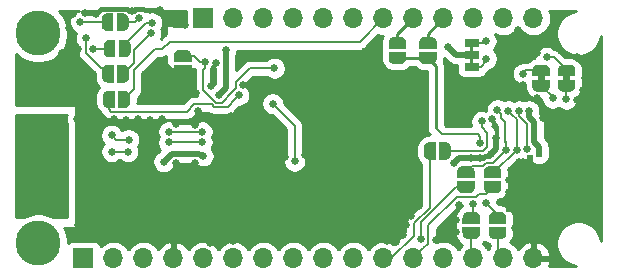
<source format=gbr>
G04 #@! TF.GenerationSoftware,KiCad,Pcbnew,(5.1.4)-1*
G04 #@! TF.CreationDate,2020-03-06T18:24:47-05:00*
G04 #@! TF.ProjectId,Feather-NEO-M9N-GPS,46656174-6865-4722-9d4e-454f2d4d394e,rev?*
G04 #@! TF.SameCoordinates,Original*
G04 #@! TF.FileFunction,Copper,L2,Bot*
G04 #@! TF.FilePolarity,Positive*
%FSLAX46Y46*%
G04 Gerber Fmt 4.6, Leading zero omitted, Abs format (unit mm)*
G04 Created by KiCad (PCBNEW (5.1.4)-1) date 2020-03-06 18:24:47*
%MOMM*%
%LPD*%
G04 APERTURE LIST*
%ADD10C,0.100000*%
%ADD11C,0.500000*%
%ADD12O,1.700000X1.700000*%
%ADD13R,1.700000X1.700000*%
%ADD14R,1.270000X0.635000*%
%ADD15C,3.800000*%
%ADD16C,0.660400*%
%ADD17C,0.609600*%
%ADD18C,0.152400*%
%ADD19C,0.250000*%
%ADD20C,0.508000*%
%ADD21C,0.381000*%
%ADD22C,0.254000*%
G04 APERTURE END LIST*
D10*
G36*
X167995600Y-78130400D02*
G01*
X167995600Y-78536800D01*
X167741600Y-78536800D01*
X167741600Y-78130400D01*
X167995600Y-78130400D01*
G37*
G36*
X167995600Y-79146400D02*
G01*
X167995600Y-79552800D01*
X167741600Y-79552800D01*
X167741600Y-79146400D01*
X167995600Y-79146400D01*
G37*
G36*
X174046160Y-80572800D02*
G01*
X174046160Y-81072800D01*
X173446160Y-81072800D01*
X173446160Y-80572800D01*
X174046160Y-80572800D01*
G37*
G36*
X176195000Y-80572800D02*
G01*
X176195000Y-81072800D01*
X175595000Y-81072800D01*
X175595000Y-80572800D01*
X176195000Y-80572800D01*
G37*
D11*
X164157660Y-79125840D03*
D10*
G36*
X164907058Y-79125840D02*
G01*
X164907058Y-79150374D01*
X164902248Y-79199205D01*
X164892676Y-79247330D01*
X164878432Y-79294285D01*
X164859655Y-79339618D01*
X164836524Y-79382891D01*
X164809264Y-79423690D01*
X164778136Y-79461619D01*
X164743439Y-79496316D01*
X164705510Y-79527444D01*
X164664711Y-79554704D01*
X164621438Y-79577835D01*
X164576105Y-79596612D01*
X164529150Y-79610856D01*
X164481025Y-79620428D01*
X164432194Y-79625238D01*
X164407660Y-79625238D01*
X164407660Y-79625840D01*
X163907660Y-79625840D01*
X163907660Y-79625238D01*
X163883126Y-79625238D01*
X163834295Y-79620428D01*
X163786170Y-79610856D01*
X163739215Y-79596612D01*
X163693882Y-79577835D01*
X163650609Y-79554704D01*
X163609810Y-79527444D01*
X163571881Y-79496316D01*
X163537184Y-79461619D01*
X163506056Y-79423690D01*
X163478796Y-79382891D01*
X163455665Y-79339618D01*
X163436888Y-79294285D01*
X163422644Y-79247330D01*
X163413072Y-79199205D01*
X163408262Y-79150374D01*
X163408262Y-79125840D01*
X163407660Y-79125840D01*
X163407660Y-78625840D01*
X164907660Y-78625840D01*
X164907660Y-79125840D01*
X164907058Y-79125840D01*
X164907058Y-79125840D01*
G37*
D11*
X164157660Y-77825840D03*
D10*
G36*
X163407660Y-78325840D02*
G01*
X163407660Y-77825840D01*
X163408262Y-77825840D01*
X163408262Y-77801306D01*
X163413072Y-77752475D01*
X163422644Y-77704350D01*
X163436888Y-77657395D01*
X163455665Y-77612062D01*
X163478796Y-77568789D01*
X163506056Y-77527990D01*
X163537184Y-77490061D01*
X163571881Y-77455364D01*
X163609810Y-77424236D01*
X163650609Y-77396976D01*
X163693882Y-77373845D01*
X163739215Y-77355068D01*
X163786170Y-77340824D01*
X163834295Y-77331252D01*
X163883126Y-77326442D01*
X163907660Y-77326442D01*
X163907660Y-77325840D01*
X164407660Y-77325840D01*
X164407660Y-77326442D01*
X164432194Y-77326442D01*
X164481025Y-77331252D01*
X164529150Y-77340824D01*
X164576105Y-77355068D01*
X164621438Y-77373845D01*
X164664711Y-77396976D01*
X164705510Y-77424236D01*
X164743439Y-77455364D01*
X164778136Y-77490061D01*
X164809264Y-77527990D01*
X164836524Y-77568789D01*
X164859655Y-77612062D01*
X164878432Y-77657395D01*
X164892676Y-77704350D01*
X164902248Y-77752475D01*
X164907058Y-77801306D01*
X164907058Y-77825840D01*
X164907660Y-77825840D01*
X164907660Y-78325840D01*
X163407660Y-78325840D01*
X163407660Y-78325840D01*
G37*
D11*
X165610300Y-86982300D03*
D10*
G36*
X165610300Y-86232902D02*
G01*
X165634834Y-86232902D01*
X165683665Y-86237712D01*
X165731790Y-86247284D01*
X165778745Y-86261528D01*
X165824078Y-86280305D01*
X165867351Y-86303436D01*
X165908150Y-86330696D01*
X165946079Y-86361824D01*
X165980776Y-86396521D01*
X166011904Y-86434450D01*
X166039164Y-86475249D01*
X166062295Y-86518522D01*
X166081072Y-86563855D01*
X166095316Y-86610810D01*
X166104888Y-86658935D01*
X166109698Y-86707766D01*
X166109698Y-86732300D01*
X166110300Y-86732300D01*
X166110300Y-87232300D01*
X166109698Y-87232300D01*
X166109698Y-87256834D01*
X166104888Y-87305665D01*
X166095316Y-87353790D01*
X166081072Y-87400745D01*
X166062295Y-87446078D01*
X166039164Y-87489351D01*
X166011904Y-87530150D01*
X165980776Y-87568079D01*
X165946079Y-87602776D01*
X165908150Y-87633904D01*
X165867351Y-87661164D01*
X165824078Y-87684295D01*
X165778745Y-87703072D01*
X165731790Y-87717316D01*
X165683665Y-87726888D01*
X165634834Y-87731698D01*
X165610300Y-87731698D01*
X165610300Y-87732300D01*
X165110300Y-87732300D01*
X165110300Y-86232300D01*
X165610300Y-86232300D01*
X165610300Y-86232902D01*
X165610300Y-86232902D01*
G37*
D11*
X164310300Y-86982300D03*
D10*
G36*
X164810300Y-87732300D02*
G01*
X164310300Y-87732300D01*
X164310300Y-87731698D01*
X164285766Y-87731698D01*
X164236935Y-87726888D01*
X164188810Y-87717316D01*
X164141855Y-87703072D01*
X164096522Y-87684295D01*
X164053249Y-87661164D01*
X164012450Y-87633904D01*
X163974521Y-87602776D01*
X163939824Y-87568079D01*
X163908696Y-87530150D01*
X163881436Y-87489351D01*
X163858305Y-87446078D01*
X163839528Y-87400745D01*
X163825284Y-87353790D01*
X163815712Y-87305665D01*
X163810902Y-87256834D01*
X163810902Y-87232300D01*
X163810300Y-87232300D01*
X163810300Y-86732300D01*
X163810902Y-86732300D01*
X163810902Y-86707766D01*
X163815712Y-86658935D01*
X163825284Y-86610810D01*
X163839528Y-86563855D01*
X163858305Y-86518522D01*
X163881436Y-86475249D01*
X163908696Y-86434450D01*
X163939824Y-86396521D01*
X163974521Y-86361824D01*
X164012450Y-86330696D01*
X164053249Y-86303436D01*
X164096522Y-86280305D01*
X164141855Y-86261528D01*
X164188810Y-86247284D01*
X164236935Y-86237712D01*
X164285766Y-86232902D01*
X164310300Y-86232902D01*
X164310300Y-86232300D01*
X164810300Y-86232300D01*
X164810300Y-87732300D01*
X164810300Y-87732300D01*
G37*
D11*
X161571940Y-79125840D03*
D10*
G36*
X162321338Y-79125840D02*
G01*
X162321338Y-79150374D01*
X162316528Y-79199205D01*
X162306956Y-79247330D01*
X162292712Y-79294285D01*
X162273935Y-79339618D01*
X162250804Y-79382891D01*
X162223544Y-79423690D01*
X162192416Y-79461619D01*
X162157719Y-79496316D01*
X162119790Y-79527444D01*
X162078991Y-79554704D01*
X162035718Y-79577835D01*
X161990385Y-79596612D01*
X161943430Y-79610856D01*
X161895305Y-79620428D01*
X161846474Y-79625238D01*
X161821940Y-79625238D01*
X161821940Y-79625840D01*
X161321940Y-79625840D01*
X161321940Y-79625238D01*
X161297406Y-79625238D01*
X161248575Y-79620428D01*
X161200450Y-79610856D01*
X161153495Y-79596612D01*
X161108162Y-79577835D01*
X161064889Y-79554704D01*
X161024090Y-79527444D01*
X160986161Y-79496316D01*
X160951464Y-79461619D01*
X160920336Y-79423690D01*
X160893076Y-79382891D01*
X160869945Y-79339618D01*
X160851168Y-79294285D01*
X160836924Y-79247330D01*
X160827352Y-79199205D01*
X160822542Y-79150374D01*
X160822542Y-79125840D01*
X160821940Y-79125840D01*
X160821940Y-78625840D01*
X162321940Y-78625840D01*
X162321940Y-79125840D01*
X162321338Y-79125840D01*
X162321338Y-79125840D01*
G37*
D11*
X161571940Y-77825840D03*
D10*
G36*
X160821940Y-78325840D02*
G01*
X160821940Y-77825840D01*
X160822542Y-77825840D01*
X160822542Y-77801306D01*
X160827352Y-77752475D01*
X160836924Y-77704350D01*
X160851168Y-77657395D01*
X160869945Y-77612062D01*
X160893076Y-77568789D01*
X160920336Y-77527990D01*
X160951464Y-77490061D01*
X160986161Y-77455364D01*
X161024090Y-77424236D01*
X161064889Y-77396976D01*
X161108162Y-77373845D01*
X161153495Y-77355068D01*
X161200450Y-77340824D01*
X161248575Y-77331252D01*
X161297406Y-77326442D01*
X161321940Y-77326442D01*
X161321940Y-77325840D01*
X161821940Y-77325840D01*
X161821940Y-77326442D01*
X161846474Y-77326442D01*
X161895305Y-77331252D01*
X161943430Y-77340824D01*
X161990385Y-77355068D01*
X162035718Y-77373845D01*
X162078991Y-77396976D01*
X162119790Y-77424236D01*
X162157719Y-77455364D01*
X162192416Y-77490061D01*
X162223544Y-77527990D01*
X162250804Y-77568789D01*
X162273935Y-77612062D01*
X162292712Y-77657395D01*
X162306956Y-77704350D01*
X162316528Y-77752475D01*
X162321338Y-77801306D01*
X162321338Y-77825840D01*
X162321940Y-77825840D01*
X162321940Y-78325840D01*
X160821940Y-78325840D01*
X160821940Y-78325840D01*
G37*
D11*
X143395700Y-80228200D03*
D10*
G36*
X144145098Y-80228200D02*
G01*
X144145098Y-80252734D01*
X144140288Y-80301565D01*
X144130716Y-80349690D01*
X144116472Y-80396645D01*
X144097695Y-80441978D01*
X144074564Y-80485251D01*
X144047304Y-80526050D01*
X144016176Y-80563979D01*
X143981479Y-80598676D01*
X143943550Y-80629804D01*
X143902751Y-80657064D01*
X143859478Y-80680195D01*
X143814145Y-80698972D01*
X143767190Y-80713216D01*
X143719065Y-80722788D01*
X143670234Y-80727598D01*
X143645700Y-80727598D01*
X143645700Y-80728200D01*
X143145700Y-80728200D01*
X143145700Y-80727598D01*
X143121166Y-80727598D01*
X143072335Y-80722788D01*
X143024210Y-80713216D01*
X142977255Y-80698972D01*
X142931922Y-80680195D01*
X142888649Y-80657064D01*
X142847850Y-80629804D01*
X142809921Y-80598676D01*
X142775224Y-80563979D01*
X142744096Y-80526050D01*
X142716836Y-80485251D01*
X142693705Y-80441978D01*
X142674928Y-80396645D01*
X142660684Y-80349690D01*
X142651112Y-80301565D01*
X142646302Y-80252734D01*
X142646302Y-80228200D01*
X142645700Y-80228200D01*
X142645700Y-79728200D01*
X144145700Y-79728200D01*
X144145700Y-80228200D01*
X144145098Y-80228200D01*
X144145098Y-80228200D01*
G37*
D11*
X143395700Y-78928200D03*
D10*
G36*
X142645700Y-79428200D02*
G01*
X142645700Y-78928200D01*
X142646302Y-78928200D01*
X142646302Y-78903666D01*
X142651112Y-78854835D01*
X142660684Y-78806710D01*
X142674928Y-78759755D01*
X142693705Y-78714422D01*
X142716836Y-78671149D01*
X142744096Y-78630350D01*
X142775224Y-78592421D01*
X142809921Y-78557724D01*
X142847850Y-78526596D01*
X142888649Y-78499336D01*
X142931922Y-78476205D01*
X142977255Y-78457428D01*
X143024210Y-78443184D01*
X143072335Y-78433612D01*
X143121166Y-78428802D01*
X143145700Y-78428802D01*
X143145700Y-78428200D01*
X143645700Y-78428200D01*
X143645700Y-78428802D01*
X143670234Y-78428802D01*
X143719065Y-78433612D01*
X143767190Y-78443184D01*
X143814145Y-78457428D01*
X143859478Y-78476205D01*
X143902751Y-78499336D01*
X143943550Y-78526596D01*
X143981479Y-78557724D01*
X144016176Y-78592421D01*
X144047304Y-78630350D01*
X144074564Y-78671149D01*
X144097695Y-78714422D01*
X144116472Y-78759755D01*
X144130716Y-78806710D01*
X144140288Y-78854835D01*
X144145098Y-78903666D01*
X144145098Y-78928200D01*
X144145700Y-78928200D01*
X144145700Y-79428200D01*
X142645700Y-79428200D01*
X142645700Y-79428200D01*
G37*
D11*
X169633900Y-90070700D03*
D10*
G36*
X170383298Y-90070700D02*
G01*
X170383298Y-90095234D01*
X170378488Y-90144065D01*
X170368916Y-90192190D01*
X170354672Y-90239145D01*
X170335895Y-90284478D01*
X170312764Y-90327751D01*
X170285504Y-90368550D01*
X170254376Y-90406479D01*
X170219679Y-90441176D01*
X170181750Y-90472304D01*
X170140951Y-90499564D01*
X170097678Y-90522695D01*
X170052345Y-90541472D01*
X170005390Y-90555716D01*
X169957265Y-90565288D01*
X169908434Y-90570098D01*
X169883900Y-90570098D01*
X169883900Y-90570700D01*
X169383900Y-90570700D01*
X169383900Y-90570098D01*
X169359366Y-90570098D01*
X169310535Y-90565288D01*
X169262410Y-90555716D01*
X169215455Y-90541472D01*
X169170122Y-90522695D01*
X169126849Y-90499564D01*
X169086050Y-90472304D01*
X169048121Y-90441176D01*
X169013424Y-90406479D01*
X168982296Y-90368550D01*
X168955036Y-90327751D01*
X168931905Y-90284478D01*
X168913128Y-90239145D01*
X168898884Y-90192190D01*
X168889312Y-90144065D01*
X168884502Y-90095234D01*
X168884502Y-90070700D01*
X168883900Y-90070700D01*
X168883900Y-89570700D01*
X170383900Y-89570700D01*
X170383900Y-90070700D01*
X170383298Y-90070700D01*
X170383298Y-90070700D01*
G37*
D11*
X169633900Y-88770700D03*
D10*
G36*
X168883900Y-89270700D02*
G01*
X168883900Y-88770700D01*
X168884502Y-88770700D01*
X168884502Y-88746166D01*
X168889312Y-88697335D01*
X168898884Y-88649210D01*
X168913128Y-88602255D01*
X168931905Y-88556922D01*
X168955036Y-88513649D01*
X168982296Y-88472850D01*
X169013424Y-88434921D01*
X169048121Y-88400224D01*
X169086050Y-88369096D01*
X169126849Y-88341836D01*
X169170122Y-88318705D01*
X169215455Y-88299928D01*
X169262410Y-88285684D01*
X169310535Y-88276112D01*
X169359366Y-88271302D01*
X169383900Y-88271302D01*
X169383900Y-88270700D01*
X169883900Y-88270700D01*
X169883900Y-88271302D01*
X169908434Y-88271302D01*
X169957265Y-88276112D01*
X170005390Y-88285684D01*
X170052345Y-88299928D01*
X170097678Y-88318705D01*
X170140951Y-88341836D01*
X170181750Y-88369096D01*
X170219679Y-88400224D01*
X170254376Y-88434921D01*
X170285504Y-88472850D01*
X170312764Y-88513649D01*
X170335895Y-88556922D01*
X170354672Y-88602255D01*
X170368916Y-88649210D01*
X170378488Y-88697335D01*
X170383298Y-88746166D01*
X170383298Y-88770700D01*
X170383900Y-88770700D01*
X170383900Y-89270700D01*
X168883900Y-89270700D01*
X168883900Y-89270700D01*
G37*
D11*
X167373300Y-88770700D03*
D10*
G36*
X166623902Y-88770700D02*
G01*
X166623902Y-88746166D01*
X166628712Y-88697335D01*
X166638284Y-88649210D01*
X166652528Y-88602255D01*
X166671305Y-88556922D01*
X166694436Y-88513649D01*
X166721696Y-88472850D01*
X166752824Y-88434921D01*
X166787521Y-88400224D01*
X166825450Y-88369096D01*
X166866249Y-88341836D01*
X166909522Y-88318705D01*
X166954855Y-88299928D01*
X167001810Y-88285684D01*
X167049935Y-88276112D01*
X167098766Y-88271302D01*
X167123300Y-88271302D01*
X167123300Y-88270700D01*
X167623300Y-88270700D01*
X167623300Y-88271302D01*
X167647834Y-88271302D01*
X167696665Y-88276112D01*
X167744790Y-88285684D01*
X167791745Y-88299928D01*
X167837078Y-88318705D01*
X167880351Y-88341836D01*
X167921150Y-88369096D01*
X167959079Y-88400224D01*
X167993776Y-88434921D01*
X168024904Y-88472850D01*
X168052164Y-88513649D01*
X168075295Y-88556922D01*
X168094072Y-88602255D01*
X168108316Y-88649210D01*
X168117888Y-88697335D01*
X168122698Y-88746166D01*
X168122698Y-88770700D01*
X168123300Y-88770700D01*
X168123300Y-89270700D01*
X166623300Y-89270700D01*
X166623300Y-88770700D01*
X166623902Y-88770700D01*
X166623902Y-88770700D01*
G37*
D11*
X167373300Y-90070700D03*
D10*
G36*
X168123300Y-89570700D02*
G01*
X168123300Y-90070700D01*
X168122698Y-90070700D01*
X168122698Y-90095234D01*
X168117888Y-90144065D01*
X168108316Y-90192190D01*
X168094072Y-90239145D01*
X168075295Y-90284478D01*
X168052164Y-90327751D01*
X168024904Y-90368550D01*
X167993776Y-90406479D01*
X167959079Y-90441176D01*
X167921150Y-90472304D01*
X167880351Y-90499564D01*
X167837078Y-90522695D01*
X167791745Y-90541472D01*
X167744790Y-90555716D01*
X167696665Y-90565288D01*
X167647834Y-90570098D01*
X167623300Y-90570098D01*
X167623300Y-90570700D01*
X167123300Y-90570700D01*
X167123300Y-90570098D01*
X167098766Y-90570098D01*
X167049935Y-90565288D01*
X167001810Y-90555716D01*
X166954855Y-90541472D01*
X166909522Y-90522695D01*
X166866249Y-90499564D01*
X166825450Y-90472304D01*
X166787521Y-90441176D01*
X166752824Y-90406479D01*
X166721696Y-90368550D01*
X166694436Y-90327751D01*
X166671305Y-90284478D01*
X166652528Y-90239145D01*
X166638284Y-90192190D01*
X166628712Y-90144065D01*
X166623902Y-90095234D01*
X166623902Y-90070700D01*
X166623300Y-90070700D01*
X166623300Y-89570700D01*
X168123300Y-89570700D01*
X168123300Y-89570700D01*
G37*
D12*
X173088300Y-75768200D03*
X170548300Y-75768200D03*
X168008300Y-75768200D03*
X165468300Y-75768200D03*
X162928300Y-75768200D03*
X160388300Y-75768200D03*
X157848300Y-75768200D03*
X155308300Y-75768200D03*
X152768300Y-75768200D03*
X150228300Y-75768200D03*
X147688300Y-75768200D03*
D13*
X145148300Y-75768200D03*
D12*
X173088300Y-96088200D03*
X170548300Y-96088200D03*
X168008300Y-96088200D03*
X165468300Y-96088200D03*
X162928300Y-96088200D03*
X160388300Y-96088200D03*
X157848300Y-96088200D03*
X155308300Y-96088200D03*
X152768300Y-96088200D03*
X150228300Y-96088200D03*
X147688300Y-96088200D03*
X145148300Y-96088200D03*
X142608300Y-96088200D03*
X140068300Y-96088200D03*
X137528300Y-96088200D03*
D13*
X134988300Y-96088200D03*
D11*
X138432300Y-82626200D03*
D10*
G36*
X138432300Y-81876802D02*
G01*
X138456834Y-81876802D01*
X138505665Y-81881612D01*
X138553790Y-81891184D01*
X138600745Y-81905428D01*
X138646078Y-81924205D01*
X138689351Y-81947336D01*
X138730150Y-81974596D01*
X138768079Y-82005724D01*
X138802776Y-82040421D01*
X138833904Y-82078350D01*
X138861164Y-82119149D01*
X138884295Y-82162422D01*
X138903072Y-82207755D01*
X138917316Y-82254710D01*
X138926888Y-82302835D01*
X138931698Y-82351666D01*
X138931698Y-82376200D01*
X138932300Y-82376200D01*
X138932300Y-82876200D01*
X138931698Y-82876200D01*
X138931698Y-82900734D01*
X138926888Y-82949565D01*
X138917316Y-82997690D01*
X138903072Y-83044645D01*
X138884295Y-83089978D01*
X138861164Y-83133251D01*
X138833904Y-83174050D01*
X138802776Y-83211979D01*
X138768079Y-83246676D01*
X138730150Y-83277804D01*
X138689351Y-83305064D01*
X138646078Y-83328195D01*
X138600745Y-83346972D01*
X138553790Y-83361216D01*
X138505665Y-83370788D01*
X138456834Y-83375598D01*
X138432300Y-83375598D01*
X138432300Y-83376200D01*
X137932300Y-83376200D01*
X137932300Y-81876200D01*
X138432300Y-81876200D01*
X138432300Y-81876802D01*
X138432300Y-81876802D01*
G37*
D11*
X137132300Y-82626200D03*
D10*
G36*
X137632300Y-83376200D02*
G01*
X137132300Y-83376200D01*
X137132300Y-83375598D01*
X137107766Y-83375598D01*
X137058935Y-83370788D01*
X137010810Y-83361216D01*
X136963855Y-83346972D01*
X136918522Y-83328195D01*
X136875249Y-83305064D01*
X136834450Y-83277804D01*
X136796521Y-83246676D01*
X136761824Y-83211979D01*
X136730696Y-83174050D01*
X136703436Y-83133251D01*
X136680305Y-83089978D01*
X136661528Y-83044645D01*
X136647284Y-82997690D01*
X136637712Y-82949565D01*
X136632902Y-82900734D01*
X136632902Y-82876200D01*
X136632300Y-82876200D01*
X136632300Y-82376200D01*
X136632902Y-82376200D01*
X136632902Y-82351666D01*
X136637712Y-82302835D01*
X136647284Y-82254710D01*
X136661528Y-82207755D01*
X136680305Y-82162422D01*
X136703436Y-82119149D01*
X136730696Y-82078350D01*
X136761824Y-82040421D01*
X136796521Y-82005724D01*
X136834450Y-81974596D01*
X136875249Y-81947336D01*
X136918522Y-81924205D01*
X136963855Y-81905428D01*
X137010810Y-81891184D01*
X137058935Y-81881612D01*
X137107766Y-81876802D01*
X137132300Y-81876802D01*
X137132300Y-81876200D01*
X137632300Y-81876200D01*
X137632300Y-83376200D01*
X137632300Y-83376200D01*
G37*
D14*
X167868600Y-79857600D03*
X167868600Y-78841600D03*
X167868600Y-77825600D03*
D11*
X138366500Y-80454500D03*
D10*
G36*
X138366500Y-79705102D02*
G01*
X138391034Y-79705102D01*
X138439865Y-79709912D01*
X138487990Y-79719484D01*
X138534945Y-79733728D01*
X138580278Y-79752505D01*
X138623551Y-79775636D01*
X138664350Y-79802896D01*
X138702279Y-79834024D01*
X138736976Y-79868721D01*
X138768104Y-79906650D01*
X138795364Y-79947449D01*
X138818495Y-79990722D01*
X138837272Y-80036055D01*
X138851516Y-80083010D01*
X138861088Y-80131135D01*
X138865898Y-80179966D01*
X138865898Y-80204500D01*
X138866500Y-80204500D01*
X138866500Y-80704500D01*
X138865898Y-80704500D01*
X138865898Y-80729034D01*
X138861088Y-80777865D01*
X138851516Y-80825990D01*
X138837272Y-80872945D01*
X138818495Y-80918278D01*
X138795364Y-80961551D01*
X138768104Y-81002350D01*
X138736976Y-81040279D01*
X138702279Y-81074976D01*
X138664350Y-81106104D01*
X138623551Y-81133364D01*
X138580278Y-81156495D01*
X138534945Y-81175272D01*
X138487990Y-81189516D01*
X138439865Y-81199088D01*
X138391034Y-81203898D01*
X138366500Y-81203898D01*
X138366500Y-81204500D01*
X137866500Y-81204500D01*
X137866500Y-79704500D01*
X138366500Y-79704500D01*
X138366500Y-79705102D01*
X138366500Y-79705102D01*
G37*
D11*
X137066500Y-80454500D03*
D10*
G36*
X137566500Y-81204500D02*
G01*
X137066500Y-81204500D01*
X137066500Y-81203898D01*
X137041966Y-81203898D01*
X136993135Y-81199088D01*
X136945010Y-81189516D01*
X136898055Y-81175272D01*
X136852722Y-81156495D01*
X136809449Y-81133364D01*
X136768650Y-81106104D01*
X136730721Y-81074976D01*
X136696024Y-81040279D01*
X136664896Y-81002350D01*
X136637636Y-80961551D01*
X136614505Y-80918278D01*
X136595728Y-80872945D01*
X136581484Y-80825990D01*
X136571912Y-80777865D01*
X136567102Y-80729034D01*
X136567102Y-80704500D01*
X136566500Y-80704500D01*
X136566500Y-80204500D01*
X136567102Y-80204500D01*
X136567102Y-80179966D01*
X136571912Y-80131135D01*
X136581484Y-80083010D01*
X136595728Y-80036055D01*
X136614505Y-79990722D01*
X136637636Y-79947449D01*
X136664896Y-79906650D01*
X136696024Y-79868721D01*
X136730721Y-79834024D01*
X136768650Y-79802896D01*
X136809449Y-79775636D01*
X136852722Y-79752505D01*
X136898055Y-79733728D01*
X136945010Y-79719484D01*
X136993135Y-79709912D01*
X137041966Y-79705102D01*
X137066500Y-79705102D01*
X137066500Y-79704500D01*
X137566500Y-79704500D01*
X137566500Y-81204500D01*
X137566500Y-81204500D01*
G37*
D11*
X138495800Y-78320900D03*
D10*
G36*
X138495800Y-77571502D02*
G01*
X138520334Y-77571502D01*
X138569165Y-77576312D01*
X138617290Y-77585884D01*
X138664245Y-77600128D01*
X138709578Y-77618905D01*
X138752851Y-77642036D01*
X138793650Y-77669296D01*
X138831579Y-77700424D01*
X138866276Y-77735121D01*
X138897404Y-77773050D01*
X138924664Y-77813849D01*
X138947795Y-77857122D01*
X138966572Y-77902455D01*
X138980816Y-77949410D01*
X138990388Y-77997535D01*
X138995198Y-78046366D01*
X138995198Y-78070900D01*
X138995800Y-78070900D01*
X138995800Y-78570900D01*
X138995198Y-78570900D01*
X138995198Y-78595434D01*
X138990388Y-78644265D01*
X138980816Y-78692390D01*
X138966572Y-78739345D01*
X138947795Y-78784678D01*
X138924664Y-78827951D01*
X138897404Y-78868750D01*
X138866276Y-78906679D01*
X138831579Y-78941376D01*
X138793650Y-78972504D01*
X138752851Y-78999764D01*
X138709578Y-79022895D01*
X138664245Y-79041672D01*
X138617290Y-79055916D01*
X138569165Y-79065488D01*
X138520334Y-79070298D01*
X138495800Y-79070298D01*
X138495800Y-79070900D01*
X137995800Y-79070900D01*
X137995800Y-77570900D01*
X138495800Y-77570900D01*
X138495800Y-77571502D01*
X138495800Y-77571502D01*
G37*
D11*
X137195800Y-78320900D03*
D10*
G36*
X137695800Y-79070900D02*
G01*
X137195800Y-79070900D01*
X137195800Y-79070298D01*
X137171266Y-79070298D01*
X137122435Y-79065488D01*
X137074310Y-79055916D01*
X137027355Y-79041672D01*
X136982022Y-79022895D01*
X136938749Y-78999764D01*
X136897950Y-78972504D01*
X136860021Y-78941376D01*
X136825324Y-78906679D01*
X136794196Y-78868750D01*
X136766936Y-78827951D01*
X136743805Y-78784678D01*
X136725028Y-78739345D01*
X136710784Y-78692390D01*
X136701212Y-78644265D01*
X136696402Y-78595434D01*
X136696402Y-78570900D01*
X136695800Y-78570900D01*
X136695800Y-78070900D01*
X136696402Y-78070900D01*
X136696402Y-78046366D01*
X136701212Y-77997535D01*
X136710784Y-77949410D01*
X136725028Y-77902455D01*
X136743805Y-77857122D01*
X136766936Y-77813849D01*
X136794196Y-77773050D01*
X136825324Y-77735121D01*
X136860021Y-77700424D01*
X136897950Y-77669296D01*
X136938749Y-77642036D01*
X136982022Y-77618905D01*
X137027355Y-77600128D01*
X137074310Y-77585884D01*
X137122435Y-77576312D01*
X137171266Y-77571502D01*
X137195800Y-77571502D01*
X137195800Y-77570900D01*
X137695800Y-77570900D01*
X137695800Y-79070900D01*
X137695800Y-79070900D01*
G37*
D11*
X138330700Y-76085700D03*
D10*
G36*
X138330700Y-75336302D02*
G01*
X138355234Y-75336302D01*
X138404065Y-75341112D01*
X138452190Y-75350684D01*
X138499145Y-75364928D01*
X138544478Y-75383705D01*
X138587751Y-75406836D01*
X138628550Y-75434096D01*
X138666479Y-75465224D01*
X138701176Y-75499921D01*
X138732304Y-75537850D01*
X138759564Y-75578649D01*
X138782695Y-75621922D01*
X138801472Y-75667255D01*
X138815716Y-75714210D01*
X138825288Y-75762335D01*
X138830098Y-75811166D01*
X138830098Y-75835700D01*
X138830700Y-75835700D01*
X138830700Y-76335700D01*
X138830098Y-76335700D01*
X138830098Y-76360234D01*
X138825288Y-76409065D01*
X138815716Y-76457190D01*
X138801472Y-76504145D01*
X138782695Y-76549478D01*
X138759564Y-76592751D01*
X138732304Y-76633550D01*
X138701176Y-76671479D01*
X138666479Y-76706176D01*
X138628550Y-76737304D01*
X138587751Y-76764564D01*
X138544478Y-76787695D01*
X138499145Y-76806472D01*
X138452190Y-76820716D01*
X138404065Y-76830288D01*
X138355234Y-76835098D01*
X138330700Y-76835098D01*
X138330700Y-76835700D01*
X137830700Y-76835700D01*
X137830700Y-75335700D01*
X138330700Y-75335700D01*
X138330700Y-75336302D01*
X138330700Y-75336302D01*
G37*
D11*
X137030700Y-76085700D03*
D10*
G36*
X137530700Y-76835700D02*
G01*
X137030700Y-76835700D01*
X137030700Y-76835098D01*
X137006166Y-76835098D01*
X136957335Y-76830288D01*
X136909210Y-76820716D01*
X136862255Y-76806472D01*
X136816922Y-76787695D01*
X136773649Y-76764564D01*
X136732850Y-76737304D01*
X136694921Y-76706176D01*
X136660224Y-76671479D01*
X136629096Y-76633550D01*
X136601836Y-76592751D01*
X136578705Y-76549478D01*
X136559928Y-76504145D01*
X136545684Y-76457190D01*
X136536112Y-76409065D01*
X136531302Y-76360234D01*
X136531302Y-76335700D01*
X136530700Y-76335700D01*
X136530700Y-75835700D01*
X136531302Y-75835700D01*
X136531302Y-75811166D01*
X136536112Y-75762335D01*
X136545684Y-75714210D01*
X136559928Y-75667255D01*
X136578705Y-75621922D01*
X136601836Y-75578649D01*
X136629096Y-75537850D01*
X136660224Y-75499921D01*
X136694921Y-75465224D01*
X136732850Y-75434096D01*
X136773649Y-75406836D01*
X136816922Y-75383705D01*
X136862255Y-75364928D01*
X136909210Y-75350684D01*
X136957335Y-75341112D01*
X137006166Y-75336302D01*
X137030700Y-75336302D01*
X137030700Y-75335700D01*
X137530700Y-75335700D01*
X137530700Y-76835700D01*
X137530700Y-76835700D01*
G37*
D11*
X167835580Y-92644200D03*
D10*
G36*
X167086182Y-92644200D02*
G01*
X167086182Y-92619666D01*
X167090992Y-92570835D01*
X167100564Y-92522710D01*
X167114808Y-92475755D01*
X167133585Y-92430422D01*
X167156716Y-92387149D01*
X167183976Y-92346350D01*
X167215104Y-92308421D01*
X167249801Y-92273724D01*
X167287730Y-92242596D01*
X167328529Y-92215336D01*
X167371802Y-92192205D01*
X167417135Y-92173428D01*
X167464090Y-92159184D01*
X167512215Y-92149612D01*
X167561046Y-92144802D01*
X167585580Y-92144802D01*
X167585580Y-92144200D01*
X168085580Y-92144200D01*
X168085580Y-92144802D01*
X168110114Y-92144802D01*
X168158945Y-92149612D01*
X168207070Y-92159184D01*
X168254025Y-92173428D01*
X168299358Y-92192205D01*
X168342631Y-92215336D01*
X168383430Y-92242596D01*
X168421359Y-92273724D01*
X168456056Y-92308421D01*
X168487184Y-92346350D01*
X168514444Y-92387149D01*
X168537575Y-92430422D01*
X168556352Y-92475755D01*
X168570596Y-92522710D01*
X168580168Y-92570835D01*
X168584978Y-92619666D01*
X168584978Y-92644200D01*
X168585580Y-92644200D01*
X168585580Y-93144200D01*
X167085580Y-93144200D01*
X167085580Y-92644200D01*
X167086182Y-92644200D01*
X167086182Y-92644200D01*
G37*
D11*
X167835580Y-93944200D03*
D10*
G36*
X168585580Y-93444200D02*
G01*
X168585580Y-93944200D01*
X168584978Y-93944200D01*
X168584978Y-93968734D01*
X168580168Y-94017565D01*
X168570596Y-94065690D01*
X168556352Y-94112645D01*
X168537575Y-94157978D01*
X168514444Y-94201251D01*
X168487184Y-94242050D01*
X168456056Y-94279979D01*
X168421359Y-94314676D01*
X168383430Y-94345804D01*
X168342631Y-94373064D01*
X168299358Y-94396195D01*
X168254025Y-94414972D01*
X168207070Y-94429216D01*
X168158945Y-94438788D01*
X168110114Y-94443598D01*
X168085580Y-94443598D01*
X168085580Y-94444200D01*
X167585580Y-94444200D01*
X167585580Y-94443598D01*
X167561046Y-94443598D01*
X167512215Y-94438788D01*
X167464090Y-94429216D01*
X167417135Y-94414972D01*
X167371802Y-94396195D01*
X167328529Y-94373064D01*
X167287730Y-94345804D01*
X167249801Y-94314676D01*
X167215104Y-94279979D01*
X167183976Y-94242050D01*
X167156716Y-94201251D01*
X167133585Y-94157978D01*
X167114808Y-94112645D01*
X167100564Y-94065690D01*
X167090992Y-94017565D01*
X167086182Y-93968734D01*
X167086182Y-93944200D01*
X167085580Y-93944200D01*
X167085580Y-93444200D01*
X168585580Y-93444200D01*
X168585580Y-93444200D01*
G37*
D11*
X170055540Y-93949280D03*
D10*
G36*
X170804938Y-93949280D02*
G01*
X170804938Y-93973814D01*
X170800128Y-94022645D01*
X170790556Y-94070770D01*
X170776312Y-94117725D01*
X170757535Y-94163058D01*
X170734404Y-94206331D01*
X170707144Y-94247130D01*
X170676016Y-94285059D01*
X170641319Y-94319756D01*
X170603390Y-94350884D01*
X170562591Y-94378144D01*
X170519318Y-94401275D01*
X170473985Y-94420052D01*
X170427030Y-94434296D01*
X170378905Y-94443868D01*
X170330074Y-94448678D01*
X170305540Y-94448678D01*
X170305540Y-94449280D01*
X169805540Y-94449280D01*
X169805540Y-94448678D01*
X169781006Y-94448678D01*
X169732175Y-94443868D01*
X169684050Y-94434296D01*
X169637095Y-94420052D01*
X169591762Y-94401275D01*
X169548489Y-94378144D01*
X169507690Y-94350884D01*
X169469761Y-94319756D01*
X169435064Y-94285059D01*
X169403936Y-94247130D01*
X169376676Y-94206331D01*
X169353545Y-94163058D01*
X169334768Y-94117725D01*
X169320524Y-94070770D01*
X169310952Y-94022645D01*
X169306142Y-93973814D01*
X169306142Y-93949280D01*
X169305540Y-93949280D01*
X169305540Y-93449280D01*
X170805540Y-93449280D01*
X170805540Y-93949280D01*
X170804938Y-93949280D01*
X170804938Y-93949280D01*
G37*
D11*
X170055540Y-92649280D03*
D10*
G36*
X169305540Y-93149280D02*
G01*
X169305540Y-92649280D01*
X169306142Y-92649280D01*
X169306142Y-92624746D01*
X169310952Y-92575915D01*
X169320524Y-92527790D01*
X169334768Y-92480835D01*
X169353545Y-92435502D01*
X169376676Y-92392229D01*
X169403936Y-92351430D01*
X169435064Y-92313501D01*
X169469761Y-92278804D01*
X169507690Y-92247676D01*
X169548489Y-92220416D01*
X169591762Y-92197285D01*
X169637095Y-92178508D01*
X169684050Y-92164264D01*
X169732175Y-92154692D01*
X169781006Y-92149882D01*
X169805540Y-92149882D01*
X169805540Y-92149280D01*
X170305540Y-92149280D01*
X170305540Y-92149882D01*
X170330074Y-92149882D01*
X170378905Y-92154692D01*
X170427030Y-92164264D01*
X170473985Y-92178508D01*
X170519318Y-92197285D01*
X170562591Y-92220416D01*
X170603390Y-92247676D01*
X170641319Y-92278804D01*
X170676016Y-92313501D01*
X170707144Y-92351430D01*
X170734404Y-92392229D01*
X170757535Y-92435502D01*
X170776312Y-92480835D01*
X170790556Y-92527790D01*
X170800128Y-92575915D01*
X170804938Y-92624746D01*
X170804938Y-92649280D01*
X170805540Y-92649280D01*
X170805540Y-93149280D01*
X169305540Y-93149280D01*
X169305540Y-93149280D01*
G37*
D11*
X173746160Y-81472800D03*
D10*
G36*
X174496160Y-80972800D02*
G01*
X174496160Y-81472800D01*
X174495558Y-81472800D01*
X174495558Y-81497334D01*
X174490748Y-81546165D01*
X174481176Y-81594290D01*
X174466932Y-81641245D01*
X174448155Y-81686578D01*
X174425024Y-81729851D01*
X174397764Y-81770650D01*
X174366636Y-81808579D01*
X174331939Y-81843276D01*
X174294010Y-81874404D01*
X174253211Y-81901664D01*
X174209938Y-81924795D01*
X174164605Y-81943572D01*
X174117650Y-81957816D01*
X174069525Y-81967388D01*
X174020694Y-81972198D01*
X173996160Y-81972198D01*
X173996160Y-81972800D01*
X173496160Y-81972800D01*
X173496160Y-81972198D01*
X173471626Y-81972198D01*
X173422795Y-81967388D01*
X173374670Y-81957816D01*
X173327715Y-81943572D01*
X173282382Y-81924795D01*
X173239109Y-81901664D01*
X173198310Y-81874404D01*
X173160381Y-81843276D01*
X173125684Y-81808579D01*
X173094556Y-81770650D01*
X173067296Y-81729851D01*
X173044165Y-81686578D01*
X173025388Y-81641245D01*
X173011144Y-81594290D01*
X173001572Y-81546165D01*
X172996762Y-81497334D01*
X172996762Y-81472800D01*
X172996160Y-81472800D01*
X172996160Y-80972800D01*
X174496160Y-80972800D01*
X174496160Y-80972800D01*
G37*
D11*
X173746160Y-80172800D03*
D10*
G36*
X172996762Y-80172800D02*
G01*
X172996762Y-80148266D01*
X173001572Y-80099435D01*
X173011144Y-80051310D01*
X173025388Y-80004355D01*
X173044165Y-79959022D01*
X173067296Y-79915749D01*
X173094556Y-79874950D01*
X173125684Y-79837021D01*
X173160381Y-79802324D01*
X173198310Y-79771196D01*
X173239109Y-79743936D01*
X173282382Y-79720805D01*
X173327715Y-79702028D01*
X173374670Y-79687784D01*
X173422795Y-79678212D01*
X173471626Y-79673402D01*
X173496160Y-79673402D01*
X173496160Y-79672800D01*
X173996160Y-79672800D01*
X173996160Y-79673402D01*
X174020694Y-79673402D01*
X174069525Y-79678212D01*
X174117650Y-79687784D01*
X174164605Y-79702028D01*
X174209938Y-79720805D01*
X174253211Y-79743936D01*
X174294010Y-79771196D01*
X174331939Y-79802324D01*
X174366636Y-79837021D01*
X174397764Y-79874950D01*
X174425024Y-79915749D01*
X174448155Y-79959022D01*
X174466932Y-80004355D01*
X174481176Y-80051310D01*
X174490748Y-80099435D01*
X174495558Y-80148266D01*
X174495558Y-80172800D01*
X174496160Y-80172800D01*
X174496160Y-80672800D01*
X172996160Y-80672800D01*
X172996160Y-80172800D01*
X172996762Y-80172800D01*
X172996762Y-80172800D01*
G37*
D11*
X175895000Y-81472800D03*
D10*
G36*
X176645000Y-80972800D02*
G01*
X176645000Y-81472800D01*
X176644398Y-81472800D01*
X176644398Y-81497334D01*
X176639588Y-81546165D01*
X176630016Y-81594290D01*
X176615772Y-81641245D01*
X176596995Y-81686578D01*
X176573864Y-81729851D01*
X176546604Y-81770650D01*
X176515476Y-81808579D01*
X176480779Y-81843276D01*
X176442850Y-81874404D01*
X176402051Y-81901664D01*
X176358778Y-81924795D01*
X176313445Y-81943572D01*
X176266490Y-81957816D01*
X176218365Y-81967388D01*
X176169534Y-81972198D01*
X176145000Y-81972198D01*
X176145000Y-81972800D01*
X175645000Y-81972800D01*
X175645000Y-81972198D01*
X175620466Y-81972198D01*
X175571635Y-81967388D01*
X175523510Y-81957816D01*
X175476555Y-81943572D01*
X175431222Y-81924795D01*
X175387949Y-81901664D01*
X175347150Y-81874404D01*
X175309221Y-81843276D01*
X175274524Y-81808579D01*
X175243396Y-81770650D01*
X175216136Y-81729851D01*
X175193005Y-81686578D01*
X175174228Y-81641245D01*
X175159984Y-81594290D01*
X175150412Y-81546165D01*
X175145602Y-81497334D01*
X175145602Y-81472800D01*
X175145000Y-81472800D01*
X175145000Y-80972800D01*
X176645000Y-80972800D01*
X176645000Y-80972800D01*
G37*
D11*
X175895000Y-80172800D03*
D10*
G36*
X175145602Y-80172800D02*
G01*
X175145602Y-80148266D01*
X175150412Y-80099435D01*
X175159984Y-80051310D01*
X175174228Y-80004355D01*
X175193005Y-79959022D01*
X175216136Y-79915749D01*
X175243396Y-79874950D01*
X175274524Y-79837021D01*
X175309221Y-79802324D01*
X175347150Y-79771196D01*
X175387949Y-79743936D01*
X175431222Y-79720805D01*
X175476555Y-79702028D01*
X175523510Y-79687784D01*
X175571635Y-79678212D01*
X175620466Y-79673402D01*
X175645000Y-79673402D01*
X175645000Y-79672800D01*
X176145000Y-79672800D01*
X176145000Y-79673402D01*
X176169534Y-79673402D01*
X176218365Y-79678212D01*
X176266490Y-79687784D01*
X176313445Y-79702028D01*
X176358778Y-79720805D01*
X176402051Y-79743936D01*
X176442850Y-79771196D01*
X176480779Y-79802324D01*
X176515476Y-79837021D01*
X176546604Y-79874950D01*
X176573864Y-79915749D01*
X176596995Y-79959022D01*
X176615772Y-80004355D01*
X176630016Y-80051310D01*
X176639588Y-80099435D01*
X176644398Y-80148266D01*
X176644398Y-80172800D01*
X176645000Y-80172800D01*
X176645000Y-80672800D01*
X175145000Y-80672800D01*
X175145000Y-80172800D01*
X175145602Y-80172800D01*
X175145602Y-80172800D01*
G37*
D15*
X131178300Y-94818200D03*
X131178300Y-77038200D03*
D16*
X174205900Y-79070200D03*
X140690600Y-77012800D03*
X140766800Y-76136500D03*
X139727940Y-75692000D03*
X146075400Y-89712800D03*
X145249900Y-89712800D03*
X144424400Y-89712800D03*
X144487900Y-90474800D03*
X144487900Y-91173300D03*
X144487900Y-91998800D03*
X144487900Y-92824300D03*
X144487900Y-93649800D03*
X144551400Y-94538800D03*
X154406600Y-91008200D03*
X154406600Y-91821000D03*
X154406600Y-92633800D03*
X154406600Y-93446600D03*
X154406600Y-94259400D03*
X150876000Y-93472000D03*
X150164800Y-93472000D03*
X149453600Y-93472000D03*
X148742400Y-93472000D03*
X148031200Y-93472000D03*
X148386800Y-94208600D03*
X148615400Y-91008200D03*
X147878800Y-91008200D03*
X147701000Y-90068400D03*
X146837400Y-89687400D03*
X154406600Y-90195400D03*
X154406600Y-89382600D03*
X154406600Y-88569800D03*
X154406600Y-87757000D03*
X147345400Y-89077800D03*
X147218400Y-88112600D03*
X147396200Y-86537800D03*
X148132800Y-86207600D03*
X149021800Y-86207600D03*
X173098460Y-89781380D03*
X142839440Y-84739480D03*
X142844520Y-88000000D03*
X144434560Y-84754720D03*
X144434560Y-88000000D03*
X145308320Y-92227400D03*
X146171920Y-92227400D03*
X178567080Y-78430120D03*
X177434240Y-80787240D03*
X178577240Y-89519760D03*
X178536600Y-87122000D03*
X153710640Y-87325200D03*
X154940000Y-79375000D03*
X156845000Y-79375000D03*
X158750000Y-79375000D03*
X154940000Y-81280000D03*
X156845000Y-81280000D03*
X158750000Y-81280000D03*
X160655000Y-81280000D03*
X162560000Y-81280000D03*
X154940000Y-83185000D03*
X154940000Y-85090000D03*
X156845000Y-85090000D03*
X156845000Y-83185000D03*
X158750000Y-83185000D03*
X158750000Y-85090000D03*
X160655000Y-85090000D03*
X160655000Y-83185000D03*
X162560000Y-83185000D03*
X162560000Y-85090000D03*
X154940000Y-86995000D03*
X156845000Y-86995000D03*
X158750000Y-86995000D03*
X160655000Y-86995000D03*
X162560000Y-86995000D03*
X160655000Y-88900000D03*
X158750000Y-88900000D03*
X156845000Y-88900000D03*
X156845000Y-90805000D03*
X158750000Y-90805000D03*
X160655000Y-90805000D03*
X162560000Y-90805000D03*
X160655000Y-92710000D03*
X158750000Y-92710000D03*
X156845000Y-92710000D03*
X156845000Y-94615000D03*
X158750000Y-94615000D03*
X160655000Y-94615000D03*
X155194000Y-90932000D03*
X155194000Y-92710000D03*
X152019000Y-87503000D03*
X164846000Y-94488000D03*
X151511000Y-94869000D03*
X134886700Y-86233000D03*
X135039100Y-88988900D03*
X144653000Y-83642200D03*
X136118600Y-87274400D03*
X135521700Y-88226900D03*
X138785600Y-88239600D03*
X137401300Y-88252300D03*
X136690100Y-87947500D03*
X134480300Y-84277200D03*
X135470900Y-84264500D03*
X136385300Y-84289900D03*
X137541000Y-84289900D03*
X138607800Y-84353400D03*
X139636500Y-84277200D03*
X140601700Y-84366100D03*
X141630400Y-84289900D03*
X139766040Y-88000840D03*
X145206720Y-88691720D03*
X166385240Y-94604840D03*
X166542720Y-92816680D03*
X171643040Y-94706440D03*
X169204640Y-95016320D03*
X166771320Y-91572080D03*
X171500800Y-93472000D03*
X173969680Y-77282040D03*
X151297640Y-94132400D03*
X136489440Y-89225120D03*
X139379960Y-89235280D03*
X171818300Y-76720700D03*
X169926000Y-85928200D03*
D17*
X174739300Y-85864700D03*
X171030900Y-91897200D03*
D16*
X171005500Y-90449400D03*
X176352200Y-87223600D03*
X173875700Y-84226400D03*
X169583100Y-84264500D03*
X172237400Y-81368900D03*
X173875700Y-83337400D03*
X173399450Y-82530950D03*
X175488600Y-85178900D03*
X176225200Y-84429600D03*
X176618900Y-83578700D03*
X176796700Y-82677000D03*
X173355000Y-78663800D03*
X177507900Y-79883000D03*
X176809400Y-79019400D03*
X177292000Y-81813400D03*
X174879000Y-86779100D03*
X174853600Y-87833200D03*
X174625000Y-88785700D03*
X174066200Y-89458800D03*
X178396900Y-83096100D03*
X177393600Y-85153500D03*
X176415700Y-89306400D03*
X129768600Y-79832200D03*
X129768600Y-82651600D03*
X132778500Y-82689700D03*
X169976800Y-82156300D03*
X168922700Y-81902300D03*
X166738300Y-81788000D03*
X167830500Y-81788000D03*
X148209000Y-79286100D03*
X145757900Y-81457800D03*
X148513800Y-81445100D03*
X143954500Y-81470500D03*
X146278600Y-85204300D03*
X145681700Y-94805500D03*
X146545300Y-94843600D03*
X147675600Y-94615000D03*
X152349200Y-94386400D03*
X153225500Y-94411800D03*
X149872700Y-86207600D03*
X151536400Y-86791800D03*
X150837900Y-86271100D03*
X147497800Y-87337900D03*
X147497800Y-84010500D03*
X151155400Y-91122500D03*
X138526000Y-91382100D03*
X146240500Y-79514700D03*
X169481500Y-87287100D03*
X163423600Y-88252300D03*
X163360100Y-90004900D03*
X168562020Y-87612220D03*
X162560000Y-88900000D03*
X167764460Y-87594440D03*
X166339520Y-88026240D03*
X165689280Y-94279720D03*
X173436280Y-94030800D03*
X163253420Y-80398620D03*
X163220400Y-82108040D03*
X163319460Y-83538060D03*
X163268660Y-86169500D03*
X163324540Y-84526120D03*
X163311840Y-85349080D03*
X174627540Y-78011020D03*
X175460660Y-78567280D03*
X170273980Y-91338400D03*
X171005500Y-89484200D03*
X178516280Y-93395800D03*
X174790100Y-95227140D03*
X174934880Y-96365060D03*
X178567080Y-91513660D03*
X174680880Y-76619100D03*
X163385500Y-91681300D03*
X162758120Y-92458540D03*
X159331660Y-93614240D03*
X162303460Y-93271340D03*
X162077400Y-94112080D03*
X161477960Y-94724220D03*
X135841740Y-83243420D03*
X134617460Y-83350100D03*
X166542720Y-93822520D03*
D17*
X172770800Y-87604600D03*
D16*
X171828460Y-87937340D03*
X171175680Y-88590120D03*
X144553940Y-82062320D03*
X135575040Y-81221580D03*
X140279120Y-81274920D03*
X133802120Y-76553060D03*
X136047480Y-75407520D03*
X134129780Y-75435460D03*
X155836620Y-80360520D03*
X146883120Y-84599780D03*
X135475980Y-93223080D03*
X136575800Y-93210380D03*
X137614660Y-93235780D03*
X138663680Y-93174820D03*
X139745720Y-93144340D03*
X134515860Y-93223080D03*
X133827520Y-94122240D03*
X134980680Y-94274640D03*
X175239680Y-75542140D03*
X149100540Y-94835980D03*
X150131780Y-94345760D03*
X143626840Y-76286360D03*
X139090400Y-75112880D03*
X141490700Y-75077320D03*
X142082520Y-75666600D03*
X142640539Y-76274441D03*
X134523480Y-78336140D03*
X133207760Y-78694280D03*
X133151880Y-79603600D03*
X133959600Y-81048860D03*
X133484620Y-82034380D03*
X133337300Y-80492600D03*
X135115300Y-75272900D03*
X160205420Y-79994760D03*
X161610040Y-80502760D03*
X165819651Y-78147349D03*
X172720000Y-83566000D03*
D17*
X173570900Y-87261700D03*
D16*
X147053300Y-78460600D03*
X146456400Y-82232500D03*
X142201900Y-86271100D03*
X145059400Y-86233000D03*
X142214600Y-85356700D03*
X145046700Y-85369400D03*
X137388600Y-87045800D03*
X138772900Y-87058500D03*
X137375900Y-85661500D03*
X138823700Y-86029800D03*
X171856400Y-83578700D03*
X172529500Y-86791800D03*
X148158200Y-82283300D03*
X134734300Y-76111100D03*
X135826500Y-78397100D03*
X145326100Y-79463900D03*
X145326100Y-79463900D03*
X151165560Y-79984600D03*
X135216900Y-77444600D03*
X130107840Y-88332160D03*
X172217080Y-80436720D03*
X169113200Y-79184500D03*
X169087800Y-77685900D03*
X145135600Y-87414100D03*
X141782800Y-87909400D03*
X152869900Y-87871300D03*
X151003000Y-82981800D03*
X170954700Y-83578700D03*
X169049700Y-91414600D03*
X171665900Y-86880700D03*
X167982900Y-91465400D03*
X170776900Y-86893400D03*
X170040300Y-83489800D03*
X163576000Y-94462600D03*
X174726600Y-82524600D03*
X168706800Y-84493100D03*
X175869600Y-82600800D03*
X168579800Y-86334600D03*
D18*
X174792400Y-79070200D02*
X174205900Y-79070200D01*
X175895000Y-80172800D02*
X174792400Y-79070200D01*
D19*
X164157660Y-77078840D02*
X165468300Y-75768200D01*
X164157660Y-77825840D02*
X164157660Y-77078840D01*
X161571940Y-77124560D02*
X162928300Y-75768200D01*
X161571940Y-77825840D02*
X161571940Y-77124560D01*
D18*
X139280900Y-81777600D02*
X139280900Y-80114682D01*
X138432300Y-82626200D02*
X139280900Y-81777600D01*
X141027081Y-78368501D02*
X141658999Y-78368501D01*
X139280900Y-80114682D02*
X141027081Y-78368501D01*
X141658999Y-78368501D02*
X142290800Y-77736700D01*
X158419800Y-77736700D02*
X160388300Y-75768200D01*
X142290800Y-77736700D02*
X158419800Y-77736700D01*
X138442700Y-80454500D02*
X138366500Y-80454500D01*
X138891274Y-79929726D02*
X138366500Y-80454500D01*
X139272010Y-79548990D02*
X138891274Y-79929726D01*
X139272010Y-78431390D02*
X139272010Y-79548990D01*
X140690600Y-77012800D02*
X139272010Y-78431390D01*
X138495800Y-77940527D02*
X138495800Y-78320900D01*
X140299827Y-76136500D02*
X138495800Y-77940527D01*
X140766800Y-76136500D02*
X140299827Y-76136500D01*
X139334240Y-76085700D02*
X139727940Y-75692000D01*
X138330700Y-76085700D02*
X139334240Y-76085700D01*
D20*
X166771320Y-87594440D02*
X167764460Y-87594440D01*
X166339520Y-88026240D02*
X166771320Y-87594440D01*
X168544240Y-87594440D02*
X168562020Y-87612220D01*
X167764460Y-87594440D02*
X168544240Y-87594440D01*
X169926000Y-86842600D02*
X169481500Y-87287100D01*
X169926000Y-85928200D02*
X169926000Y-86842600D01*
D21*
X169319590Y-87449010D02*
X169481500Y-87287100D01*
X168951239Y-87449010D02*
X169319590Y-87449010D01*
X168788029Y-87612220D02*
X168951239Y-87449010D01*
X168562020Y-87612220D02*
X168788029Y-87612220D01*
D22*
X145757900Y-79997300D02*
X146240500Y-79514700D01*
X145757900Y-81457800D02*
X145757900Y-79997300D01*
X144546320Y-82062320D02*
X143954500Y-81470500D01*
X144553940Y-82062320D02*
X144546320Y-82062320D01*
D21*
X142652458Y-76286360D02*
X142640539Y-76274441D01*
X143626840Y-76286360D02*
X142652458Y-76286360D01*
X142640539Y-76224619D02*
X142082520Y-75666600D01*
X142640539Y-76274441D02*
X142640539Y-76224619D01*
X142079980Y-75666600D02*
X141490700Y-75077320D01*
X142082520Y-75666600D02*
X142079980Y-75666600D01*
X139240422Y-75112880D02*
X139090400Y-75112880D01*
X139382003Y-74971299D02*
X139240422Y-75112880D01*
X140073877Y-74971299D02*
X139382003Y-74971299D01*
X141490700Y-75077320D02*
X140179898Y-75077320D01*
X140179898Y-75077320D02*
X140073877Y-74971299D01*
X138863848Y-75112880D02*
X138696158Y-74945190D01*
X139090400Y-75112880D02*
X138863848Y-75112880D01*
X136377679Y-75077321D02*
X136047480Y-75407520D01*
X136509810Y-74945190D02*
X136377679Y-75077321D01*
X138696158Y-74945190D02*
X136509810Y-74945190D01*
D20*
X166513902Y-78841600D02*
X167868600Y-78841600D01*
X165819651Y-78147349D02*
X166513902Y-78841600D01*
X172720000Y-84123522D02*
X173167699Y-84571221D01*
X172720000Y-83566000D02*
X172720000Y-84123522D01*
X173570900Y-86830648D02*
X173570900Y-87261700D01*
X173570900Y-86672582D02*
X173570900Y-86830648D01*
X173167699Y-86269381D02*
X173570900Y-86672582D01*
X173167699Y-84571221D02*
X173167699Y-86269381D01*
X147053300Y-81648300D02*
X147053300Y-78460600D01*
X146456400Y-82232500D02*
X146469100Y-82232500D01*
X146469100Y-82232500D02*
X147053300Y-81648300D01*
D18*
X142240000Y-86233000D02*
X142201900Y-86271100D01*
X145059400Y-86233000D02*
X142240000Y-86233000D01*
X144579727Y-85369400D02*
X145046700Y-85369400D01*
X142694273Y-85369400D02*
X144579727Y-85369400D01*
X142681573Y-85356700D02*
X142694273Y-85369400D01*
X142214600Y-85356700D02*
X142681573Y-85356700D01*
X138760200Y-87045800D02*
X138772900Y-87058500D01*
X137388600Y-87045800D02*
X138760200Y-87045800D01*
X137744200Y-86029800D02*
X137375900Y-85661500D01*
X138823700Y-86029800D02*
X137744200Y-86029800D01*
X172529500Y-84682852D02*
X172529500Y-86791800D01*
X171856400Y-83578700D02*
X171856400Y-84009752D01*
X171856400Y-84009752D02*
X172529500Y-84682852D01*
X147828001Y-82613499D02*
X148158200Y-82283300D01*
X147199389Y-83242111D02*
X147828001Y-82613499D01*
X146070154Y-83242111D02*
X147199389Y-83242111D01*
X145863842Y-83035799D02*
X146070154Y-83242111D01*
X144361927Y-83035799D02*
X145863842Y-83035799D01*
X143745316Y-83652410D02*
X144361927Y-83035799D01*
X137310918Y-83652410D02*
X143745316Y-83652410D01*
X137132300Y-83473792D02*
X137310918Y-83652410D01*
X137132300Y-82626200D02*
X137132300Y-83473792D01*
X137005300Y-76111100D02*
X137030700Y-76085700D01*
X134734300Y-76111100D02*
X137005300Y-76111100D01*
X137119600Y-78397100D02*
X137195800Y-78320900D01*
X135826500Y-78397100D02*
X137119600Y-78397100D01*
X144243292Y-78928200D02*
X144121900Y-78928200D01*
X144323427Y-78928200D02*
X144243292Y-78928200D01*
X144859127Y-79463900D02*
X144323427Y-78928200D01*
X145326100Y-79463900D02*
X145326100Y-79463900D01*
X145151499Y-81825073D02*
X146216127Y-82889701D01*
X145151499Y-80105474D02*
X145151499Y-81825073D01*
X145326100Y-79463900D02*
X145326100Y-79930873D01*
X145326100Y-79930873D02*
X145151499Y-80105474D01*
X145326100Y-79463900D02*
X144859127Y-79463900D01*
X144121900Y-78928200D02*
X143395700Y-78928200D01*
X150698587Y-79984600D02*
X151165560Y-79984600D01*
X149076826Y-79984600D02*
X150698587Y-79984600D01*
X147907399Y-81154027D02*
X149076826Y-79984600D01*
X147907399Y-81636627D02*
X147907399Y-81154027D01*
X147551799Y-81992227D02*
X147907399Y-81636627D01*
X147551799Y-82034575D02*
X147551799Y-81992227D01*
X146696673Y-82889701D02*
X147551799Y-82034575D01*
X146216127Y-82889701D02*
X146696673Y-82889701D01*
X136541726Y-79929726D02*
X137066500Y-80454500D01*
X136461652Y-79929726D02*
X136541726Y-79929726D01*
X135216900Y-78684974D02*
X136461652Y-79929726D01*
X135216900Y-77444600D02*
X135216900Y-78684974D01*
X172481000Y-80172800D02*
X172217080Y-80436720D01*
X173746160Y-80172800D02*
X172481000Y-80172800D01*
X170055540Y-95595440D02*
X170548300Y-96088200D01*
X170055540Y-93949280D02*
X170055540Y-95595440D01*
X167835580Y-95915480D02*
X168008300Y-96088200D01*
X167835580Y-93944200D02*
X167835580Y-95915480D01*
X169113200Y-79400400D02*
X169113200Y-79184500D01*
X168656000Y-79857600D02*
X169113200Y-79400400D01*
X167868600Y-79857600D02*
X168656000Y-79857600D01*
X168948100Y-77825600D02*
X169087800Y-77685900D01*
X167868600Y-77825600D02*
X168948100Y-77825600D01*
D20*
X145009278Y-87414100D02*
X145135600Y-87414100D01*
X144810977Y-87215799D02*
X145009278Y-87414100D01*
X141782800Y-87909400D02*
X142476401Y-87215799D01*
X142476401Y-87215799D02*
X144810977Y-87215799D01*
D18*
X152869900Y-84848700D02*
X151003000Y-82981800D01*
X152869900Y-87871300D02*
X152869900Y-84848700D01*
X170413680Y-92291140D02*
X170055540Y-92649280D01*
X170055540Y-92420440D02*
X170055540Y-92649280D01*
X169049700Y-91414600D02*
X170055540Y-92420440D01*
X171665900Y-84317635D02*
X171665900Y-86880700D01*
X171284899Y-83936634D02*
X171665900Y-84317635D01*
X171284899Y-83908899D02*
X171284899Y-83936634D01*
X170954700Y-83578700D02*
X171284899Y-83908899D01*
X169775900Y-88770700D02*
X169633900Y-88770700D01*
X171665900Y-86880700D02*
X169775900Y-88770700D01*
X167982900Y-92496880D02*
X167835580Y-92644200D01*
X167982900Y-91465400D02*
X167982900Y-92496880D01*
X170776900Y-86220300D02*
X170776900Y-86893400D01*
X170700700Y-86144100D02*
X170776900Y-86220300D01*
X170700700Y-86144100D02*
X170700700Y-86259148D01*
X170700700Y-84568552D02*
X170700700Y-86144100D01*
X170370499Y-84238351D02*
X170700700Y-84568552D01*
X170370499Y-83819999D02*
X170370499Y-84238351D01*
X170040300Y-83489800D02*
X170370499Y-83819999D01*
X170776900Y-86893400D02*
X169675810Y-87994490D01*
X169065786Y-87994490D02*
X169675810Y-87994490D01*
X168814350Y-88245926D02*
X169065786Y-87994490D01*
X167898074Y-88245926D02*
X168814350Y-88245926D01*
X167373300Y-88770700D02*
X167898074Y-88245926D01*
X163576000Y-93995627D02*
X163576000Y-94462600D01*
X163576000Y-93020408D02*
X163576000Y-93995627D01*
X166525708Y-90070700D02*
X163576000Y-93020408D01*
X167373300Y-90070700D02*
X166525708Y-90070700D01*
X164182401Y-94834099D02*
X163778299Y-95238201D01*
X164182401Y-93263525D02*
X164182401Y-94834099D01*
X166586927Y-90858999D02*
X164182401Y-93263525D01*
X168195601Y-90858999D02*
X166586927Y-90858999D01*
X168459126Y-90595474D02*
X168195601Y-90858999D01*
X163778299Y-95238201D02*
X162928300Y-96088200D01*
X169109126Y-90595474D02*
X168459126Y-90595474D01*
X169633900Y-90070700D02*
X169109126Y-90595474D01*
X164310300Y-86982300D02*
X164310300Y-91787726D01*
X160388300Y-96088200D02*
X161052926Y-96088200D01*
X161052926Y-96088200D02*
X162969599Y-94171527D01*
X162969599Y-94171527D02*
X162969599Y-93128427D01*
X162969599Y-93128427D02*
X164310300Y-91787726D01*
X173926500Y-81653140D02*
X173746160Y-81472800D01*
X174726600Y-82453240D02*
X173746160Y-81472800D01*
X174726600Y-82524600D02*
X174726600Y-82453240D01*
X166210300Y-86982300D02*
X165610300Y-86982300D01*
X168829574Y-86982300D02*
X166210300Y-86982300D01*
X169186201Y-86625673D02*
X168829574Y-86982300D01*
X169186201Y-85439474D02*
X169186201Y-86625673D01*
X168706800Y-84960073D02*
X169186201Y-85439474D01*
X168706800Y-84493100D02*
X168706800Y-84960073D01*
X175869600Y-81498200D02*
X175895000Y-81472800D01*
X175250080Y-81472800D02*
X175895000Y-81472800D01*
X175869600Y-82600800D02*
X175869600Y-81498200D01*
X165363786Y-85570110D02*
X164807900Y-85014224D01*
X168374110Y-85570110D02*
X165363786Y-85570110D01*
X168579800Y-85775800D02*
X168579800Y-86334600D01*
X168374110Y-85570110D02*
X168579800Y-85775800D01*
D19*
X161571940Y-79125840D02*
X164157660Y-79125840D01*
X164807900Y-79776080D02*
X164157660Y-79125840D01*
X164807900Y-85014224D02*
X164807900Y-79776080D01*
D22*
G36*
X176348466Y-75225639D02*
G01*
X176005418Y-75367734D01*
X175696682Y-75574025D01*
X175434125Y-75836582D01*
X175227834Y-76145318D01*
X175085739Y-76488366D01*
X175013300Y-76852544D01*
X175013300Y-77223856D01*
X175085739Y-77588034D01*
X175227834Y-77931082D01*
X175434125Y-78239818D01*
X175696682Y-78502375D01*
X176005418Y-78708666D01*
X176348466Y-78850761D01*
X176712644Y-78923200D01*
X177083956Y-78923200D01*
X177448134Y-78850761D01*
X177791182Y-78708666D01*
X178099918Y-78502375D01*
X178362475Y-78239818D01*
X178568766Y-77931082D01*
X178710861Y-77588034D01*
X178778301Y-77248988D01*
X178778300Y-94607407D01*
X178710861Y-94268366D01*
X178568766Y-93925318D01*
X178362475Y-93616582D01*
X178099918Y-93354025D01*
X177791182Y-93147734D01*
X177448134Y-93005639D01*
X177083956Y-92933200D01*
X176712644Y-92933200D01*
X176348466Y-93005639D01*
X176005418Y-93147734D01*
X175696682Y-93354025D01*
X175434125Y-93616582D01*
X175227834Y-93925318D01*
X175085739Y-94268366D01*
X175013300Y-94632544D01*
X175013300Y-95003856D01*
X175085739Y-95368034D01*
X175227834Y-95711082D01*
X175434125Y-96019818D01*
X175696682Y-96282375D01*
X176005418Y-96488666D01*
X176348466Y-96630761D01*
X176687507Y-96698200D01*
X174439996Y-96698200D01*
X174529781Y-96445091D01*
X174409114Y-96215200D01*
X173215300Y-96215200D01*
X173215300Y-96235200D01*
X172961300Y-96235200D01*
X172961300Y-96215200D01*
X172941300Y-96215200D01*
X172941300Y-95961200D01*
X172961300Y-95961200D01*
X172961300Y-94768045D01*
X173215300Y-94768045D01*
X173215300Y-95961200D01*
X174409114Y-95961200D01*
X174529781Y-95731309D01*
X174432457Y-95456948D01*
X174283478Y-95206845D01*
X174088569Y-94990612D01*
X173855220Y-94816559D01*
X173592399Y-94691375D01*
X173445190Y-94646724D01*
X173215300Y-94768045D01*
X172961300Y-94768045D01*
X172731410Y-94646724D01*
X172584201Y-94691375D01*
X172321380Y-94816559D01*
X172088031Y-94990612D01*
X171893122Y-95206845D01*
X171823501Y-95323723D01*
X171789006Y-95259186D01*
X171603434Y-95033066D01*
X171377314Y-94847494D01*
X171140160Y-94720732D01*
X171143230Y-94717662D01*
X171222582Y-94620971D01*
X171277038Y-94539472D01*
X171336004Y-94429155D01*
X171373513Y-94338599D01*
X171409822Y-94218903D01*
X171428944Y-94122770D01*
X171441204Y-93998289D01*
X171441204Y-93973730D01*
X171443612Y-93949280D01*
X171443612Y-93449280D01*
X171431352Y-93324798D01*
X171423611Y-93299280D01*
X171431352Y-93273762D01*
X171443612Y-93149280D01*
X171443612Y-92649280D01*
X171441204Y-92624830D01*
X171441204Y-92600271D01*
X171428944Y-92475790D01*
X171409822Y-92379657D01*
X171373513Y-92259961D01*
X171336004Y-92169405D01*
X171277038Y-92059088D01*
X171222582Y-91977589D01*
X171143230Y-91880898D01*
X171073922Y-91811590D01*
X170977231Y-91732238D01*
X170895732Y-91677782D01*
X170785415Y-91618816D01*
X170694859Y-91581307D01*
X170575163Y-91544998D01*
X170479030Y-91525876D01*
X170354549Y-91513616D01*
X170329990Y-91513616D01*
X170305540Y-91511208D01*
X170152096Y-91511208D01*
X170014900Y-91374012D01*
X170014900Y-91319536D01*
X169991246Y-91200618D01*
X170057390Y-91194104D01*
X170153523Y-91174982D01*
X170273219Y-91138673D01*
X170363775Y-91101164D01*
X170474092Y-91042198D01*
X170555591Y-90987742D01*
X170652282Y-90908390D01*
X170721590Y-90839082D01*
X170800942Y-90742391D01*
X170855398Y-90660892D01*
X170914364Y-90550575D01*
X170951873Y-90460019D01*
X170988182Y-90340323D01*
X171007304Y-90244190D01*
X171019564Y-90119709D01*
X171019564Y-90095150D01*
X171021972Y-90070700D01*
X171021972Y-89570700D01*
X171009712Y-89446218D01*
X171001971Y-89420700D01*
X171009712Y-89395182D01*
X171021972Y-89270700D01*
X171021972Y-88770700D01*
X171019564Y-88746250D01*
X171019564Y-88721691D01*
X171007304Y-88597210D01*
X170998656Y-88553732D01*
X171706488Y-87845900D01*
X171760964Y-87845900D01*
X171947438Y-87808808D01*
X172123094Y-87736049D01*
X172185791Y-87694156D01*
X172247962Y-87719908D01*
X172434436Y-87757000D01*
X172624564Y-87757000D01*
X172754316Y-87731191D01*
X172840910Y-87860787D01*
X172971813Y-87991690D01*
X173125738Y-88094540D01*
X173296771Y-88165384D01*
X173478338Y-88201500D01*
X173663462Y-88201500D01*
X173845029Y-88165384D01*
X174016062Y-88094540D01*
X174169987Y-87991690D01*
X174300890Y-87860787D01*
X174403740Y-87706862D01*
X174474584Y-87535829D01*
X174510700Y-87354262D01*
X174510700Y-87169138D01*
X174474584Y-86987571D01*
X174459900Y-86952121D01*
X174459900Y-86716241D01*
X174464200Y-86672581D01*
X174459900Y-86628916D01*
X174459900Y-86628915D01*
X174448635Y-86514538D01*
X174447036Y-86498306D01*
X174408849Y-86372419D01*
X174396203Y-86330731D01*
X174313653Y-86176291D01*
X174202559Y-86040923D01*
X174168632Y-86013080D01*
X174056699Y-85901147D01*
X174056699Y-84614881D01*
X174060999Y-84571221D01*
X174056699Y-84527561D01*
X174056699Y-84527554D01*
X174043835Y-84396947D01*
X174034409Y-84365871D01*
X174019776Y-84317635D01*
X173993002Y-84229370D01*
X173910452Y-84074930D01*
X173799358Y-83939562D01*
X173765436Y-83911723D01*
X173656925Y-83803212D01*
X173685200Y-83661064D01*
X173685200Y-83470936D01*
X173648108Y-83284462D01*
X173575349Y-83108806D01*
X173469720Y-82950721D01*
X173335279Y-82816280D01*
X173177194Y-82710651D01*
X173001538Y-82637892D01*
X172815064Y-82600800D01*
X172624936Y-82600800D01*
X172438462Y-82637892D01*
X172272870Y-82706482D01*
X172137938Y-82650592D01*
X171951464Y-82613500D01*
X171761336Y-82613500D01*
X171574862Y-82650592D01*
X171405550Y-82720723D01*
X171236238Y-82650592D01*
X171049764Y-82613500D01*
X170859636Y-82613500D01*
X170673162Y-82650592D01*
X170579632Y-82689334D01*
X170497494Y-82634451D01*
X170321838Y-82561692D01*
X170135364Y-82524600D01*
X169945236Y-82524600D01*
X169758762Y-82561692D01*
X169583106Y-82634451D01*
X169425021Y-82740080D01*
X169290580Y-82874521D01*
X169184951Y-83032606D01*
X169112192Y-83208262D01*
X169075100Y-83394736D01*
X169075100Y-83584864D01*
X169078583Y-83602373D01*
X168988338Y-83564992D01*
X168801864Y-83527900D01*
X168611736Y-83527900D01*
X168425262Y-83564992D01*
X168249606Y-83637751D01*
X168091521Y-83743380D01*
X167957080Y-83877821D01*
X167851451Y-84035906D01*
X167778692Y-84211562D01*
X167741600Y-84398036D01*
X167741600Y-84588164D01*
X167778692Y-84774638D01*
X167813599Y-84858910D01*
X165658374Y-84858910D01*
X165567900Y-84768436D01*
X165567900Y-79813402D01*
X165571576Y-79776079D01*
X165567900Y-79738756D01*
X165567900Y-79738747D01*
X165556903Y-79627094D01*
X165513446Y-79483833D01*
X165495385Y-79450044D01*
X165511942Y-79395463D01*
X165531064Y-79299330D01*
X165543324Y-79174849D01*
X165543324Y-79150290D01*
X165545299Y-79130233D01*
X165854407Y-79439341D01*
X165882243Y-79473259D01*
X166017611Y-79584353D01*
X166172051Y-79666903D01*
X166231130Y-79684824D01*
X166339626Y-79717736D01*
X166372826Y-79721006D01*
X166470235Y-79730600D01*
X166470241Y-79730600D01*
X166513901Y-79734900D01*
X166557561Y-79730600D01*
X166595528Y-79730600D01*
X166595528Y-80175100D01*
X166607788Y-80299582D01*
X166644098Y-80419280D01*
X166703063Y-80529594D01*
X166782415Y-80626285D01*
X166879106Y-80705637D01*
X166989420Y-80764602D01*
X167109118Y-80800912D01*
X167233600Y-80813172D01*
X168503600Y-80813172D01*
X168628082Y-80800912D01*
X168747780Y-80764602D01*
X168858094Y-80705637D01*
X168954785Y-80626285D01*
X169034137Y-80529594D01*
X169093102Y-80419280D01*
X169093248Y-80418798D01*
X169161327Y-80362927D01*
X169178783Y-80341656D01*
X171251880Y-80341656D01*
X171251880Y-80531784D01*
X171288972Y-80718258D01*
X171361731Y-80893914D01*
X171467360Y-81051999D01*
X171601801Y-81186440D01*
X171759886Y-81292069D01*
X171935542Y-81364828D01*
X172122016Y-81401920D01*
X172312144Y-81401920D01*
X172358088Y-81392781D01*
X172358088Y-81472800D01*
X172360496Y-81497250D01*
X172360496Y-81521809D01*
X172372756Y-81646290D01*
X172391878Y-81742423D01*
X172428187Y-81862119D01*
X172465696Y-81952675D01*
X172524662Y-82062992D01*
X172579118Y-82144491D01*
X172658470Y-82241182D01*
X172727778Y-82310490D01*
X172824469Y-82389842D01*
X172905968Y-82444298D01*
X173016285Y-82503264D01*
X173106841Y-82540773D01*
X173226537Y-82577082D01*
X173322670Y-82596204D01*
X173447151Y-82608464D01*
X173471710Y-82608464D01*
X173496160Y-82610872D01*
X173761400Y-82610872D01*
X173761400Y-82619664D01*
X173798492Y-82806138D01*
X173871251Y-82981794D01*
X173976880Y-83139879D01*
X174111321Y-83274320D01*
X174269406Y-83379949D01*
X174445062Y-83452708D01*
X174631536Y-83489800D01*
X174821664Y-83489800D01*
X175008138Y-83452708D01*
X175183794Y-83379949D01*
X175243713Y-83339912D01*
X175254321Y-83350520D01*
X175412406Y-83456149D01*
X175588062Y-83528908D01*
X175774536Y-83566000D01*
X175964664Y-83566000D01*
X176151138Y-83528908D01*
X176326794Y-83456149D01*
X176484879Y-83350520D01*
X176619320Y-83216079D01*
X176724949Y-83057994D01*
X176797708Y-82882338D01*
X176834800Y-82695864D01*
X176834800Y-82505736D01*
X176812327Y-82392758D01*
X176816691Y-82389842D01*
X176913382Y-82310490D01*
X176982690Y-82241182D01*
X177062042Y-82144491D01*
X177116498Y-82062992D01*
X177175464Y-81952675D01*
X177212973Y-81862119D01*
X177249282Y-81742423D01*
X177268404Y-81646290D01*
X177280664Y-81521809D01*
X177280664Y-81497250D01*
X177283072Y-81472800D01*
X177283072Y-80972800D01*
X177270812Y-80848318D01*
X177263071Y-80822800D01*
X177270812Y-80797282D01*
X177283072Y-80672800D01*
X177283072Y-80172800D01*
X177280664Y-80148350D01*
X177280664Y-80123791D01*
X177268404Y-79999310D01*
X177249282Y-79903177D01*
X177212973Y-79783481D01*
X177175464Y-79692925D01*
X177116498Y-79582608D01*
X177062042Y-79501109D01*
X176982690Y-79404418D01*
X176913382Y-79335110D01*
X176816691Y-79255758D01*
X176735192Y-79201302D01*
X176624875Y-79142336D01*
X176534319Y-79104827D01*
X176414623Y-79068518D01*
X176318490Y-79049396D01*
X176194009Y-79037136D01*
X176169450Y-79037136D01*
X176145000Y-79034728D01*
X175762715Y-79034728D01*
X175320002Y-78592015D01*
X175297727Y-78564873D01*
X175189433Y-78475998D01*
X175065881Y-78409958D01*
X174931820Y-78369291D01*
X174863235Y-78362536D01*
X174821179Y-78320480D01*
X174663094Y-78214851D01*
X174487438Y-78142092D01*
X174300964Y-78105000D01*
X174110836Y-78105000D01*
X173924362Y-78142092D01*
X173748706Y-78214851D01*
X173590621Y-78320480D01*
X173456180Y-78454921D01*
X173350551Y-78613006D01*
X173277792Y-78788662D01*
X173240700Y-78975136D01*
X173240700Y-79065701D01*
X173226537Y-79068518D01*
X173106841Y-79104827D01*
X173016285Y-79142336D01*
X172905968Y-79201302D01*
X172824469Y-79255758D01*
X172727778Y-79335110D01*
X172658470Y-79404418D01*
X172611542Y-79461600D01*
X172515925Y-79461600D01*
X172480999Y-79458160D01*
X172446073Y-79461600D01*
X172446064Y-79461600D01*
X172341580Y-79471891D01*
X172330661Y-79475203D01*
X172312144Y-79471520D01*
X172122016Y-79471520D01*
X171935542Y-79508612D01*
X171759886Y-79581371D01*
X171601801Y-79687000D01*
X171467360Y-79821441D01*
X171361731Y-79979526D01*
X171288972Y-80155182D01*
X171251880Y-80341656D01*
X169178783Y-80341656D01*
X169183601Y-80335786D01*
X169415294Y-80104093D01*
X169570394Y-80039849D01*
X169728479Y-79934220D01*
X169862920Y-79799779D01*
X169968549Y-79641694D01*
X170041308Y-79466038D01*
X170078400Y-79279564D01*
X170078400Y-79089436D01*
X170041308Y-78902962D01*
X169968549Y-78727306D01*
X169862920Y-78569221D01*
X169728479Y-78434780D01*
X169713756Y-78424943D01*
X169837520Y-78301179D01*
X169943149Y-78143094D01*
X170015908Y-77967438D01*
X170053000Y-77780964D01*
X170053000Y-77590836D01*
X170015908Y-77404362D01*
X169943149Y-77228706D01*
X169839061Y-77072927D01*
X169977266Y-77146799D01*
X170257189Y-77231713D01*
X170475350Y-77253200D01*
X170621250Y-77253200D01*
X170839411Y-77231713D01*
X171119334Y-77146799D01*
X171377314Y-77008906D01*
X171603434Y-76823334D01*
X171789006Y-76597214D01*
X171818300Y-76542409D01*
X171847594Y-76597214D01*
X172033166Y-76823334D01*
X172259286Y-77008906D01*
X172517266Y-77146799D01*
X172797189Y-77231713D01*
X173015350Y-77253200D01*
X173161250Y-77253200D01*
X173379411Y-77231713D01*
X173659334Y-77146799D01*
X173917314Y-77008906D01*
X174143434Y-76823334D01*
X174329006Y-76597214D01*
X174466899Y-76339234D01*
X174551813Y-76059311D01*
X174580485Y-75768200D01*
X174551813Y-75477089D01*
X174466899Y-75197166D01*
X174446071Y-75158200D01*
X176687507Y-75158200D01*
X176348466Y-75225639D01*
X176348466Y-75225639D01*
G37*
X176348466Y-75225639D02*
X176005418Y-75367734D01*
X175696682Y-75574025D01*
X175434125Y-75836582D01*
X175227834Y-76145318D01*
X175085739Y-76488366D01*
X175013300Y-76852544D01*
X175013300Y-77223856D01*
X175085739Y-77588034D01*
X175227834Y-77931082D01*
X175434125Y-78239818D01*
X175696682Y-78502375D01*
X176005418Y-78708666D01*
X176348466Y-78850761D01*
X176712644Y-78923200D01*
X177083956Y-78923200D01*
X177448134Y-78850761D01*
X177791182Y-78708666D01*
X178099918Y-78502375D01*
X178362475Y-78239818D01*
X178568766Y-77931082D01*
X178710861Y-77588034D01*
X178778301Y-77248988D01*
X178778300Y-94607407D01*
X178710861Y-94268366D01*
X178568766Y-93925318D01*
X178362475Y-93616582D01*
X178099918Y-93354025D01*
X177791182Y-93147734D01*
X177448134Y-93005639D01*
X177083956Y-92933200D01*
X176712644Y-92933200D01*
X176348466Y-93005639D01*
X176005418Y-93147734D01*
X175696682Y-93354025D01*
X175434125Y-93616582D01*
X175227834Y-93925318D01*
X175085739Y-94268366D01*
X175013300Y-94632544D01*
X175013300Y-95003856D01*
X175085739Y-95368034D01*
X175227834Y-95711082D01*
X175434125Y-96019818D01*
X175696682Y-96282375D01*
X176005418Y-96488666D01*
X176348466Y-96630761D01*
X176687507Y-96698200D01*
X174439996Y-96698200D01*
X174529781Y-96445091D01*
X174409114Y-96215200D01*
X173215300Y-96215200D01*
X173215300Y-96235200D01*
X172961300Y-96235200D01*
X172961300Y-96215200D01*
X172941300Y-96215200D01*
X172941300Y-95961200D01*
X172961300Y-95961200D01*
X172961300Y-94768045D01*
X173215300Y-94768045D01*
X173215300Y-95961200D01*
X174409114Y-95961200D01*
X174529781Y-95731309D01*
X174432457Y-95456948D01*
X174283478Y-95206845D01*
X174088569Y-94990612D01*
X173855220Y-94816559D01*
X173592399Y-94691375D01*
X173445190Y-94646724D01*
X173215300Y-94768045D01*
X172961300Y-94768045D01*
X172731410Y-94646724D01*
X172584201Y-94691375D01*
X172321380Y-94816559D01*
X172088031Y-94990612D01*
X171893122Y-95206845D01*
X171823501Y-95323723D01*
X171789006Y-95259186D01*
X171603434Y-95033066D01*
X171377314Y-94847494D01*
X171140160Y-94720732D01*
X171143230Y-94717662D01*
X171222582Y-94620971D01*
X171277038Y-94539472D01*
X171336004Y-94429155D01*
X171373513Y-94338599D01*
X171409822Y-94218903D01*
X171428944Y-94122770D01*
X171441204Y-93998289D01*
X171441204Y-93973730D01*
X171443612Y-93949280D01*
X171443612Y-93449280D01*
X171431352Y-93324798D01*
X171423611Y-93299280D01*
X171431352Y-93273762D01*
X171443612Y-93149280D01*
X171443612Y-92649280D01*
X171441204Y-92624830D01*
X171441204Y-92600271D01*
X171428944Y-92475790D01*
X171409822Y-92379657D01*
X171373513Y-92259961D01*
X171336004Y-92169405D01*
X171277038Y-92059088D01*
X171222582Y-91977589D01*
X171143230Y-91880898D01*
X171073922Y-91811590D01*
X170977231Y-91732238D01*
X170895732Y-91677782D01*
X170785415Y-91618816D01*
X170694859Y-91581307D01*
X170575163Y-91544998D01*
X170479030Y-91525876D01*
X170354549Y-91513616D01*
X170329990Y-91513616D01*
X170305540Y-91511208D01*
X170152096Y-91511208D01*
X170014900Y-91374012D01*
X170014900Y-91319536D01*
X169991246Y-91200618D01*
X170057390Y-91194104D01*
X170153523Y-91174982D01*
X170273219Y-91138673D01*
X170363775Y-91101164D01*
X170474092Y-91042198D01*
X170555591Y-90987742D01*
X170652282Y-90908390D01*
X170721590Y-90839082D01*
X170800942Y-90742391D01*
X170855398Y-90660892D01*
X170914364Y-90550575D01*
X170951873Y-90460019D01*
X170988182Y-90340323D01*
X171007304Y-90244190D01*
X171019564Y-90119709D01*
X171019564Y-90095150D01*
X171021972Y-90070700D01*
X171021972Y-89570700D01*
X171009712Y-89446218D01*
X171001971Y-89420700D01*
X171009712Y-89395182D01*
X171021972Y-89270700D01*
X171021972Y-88770700D01*
X171019564Y-88746250D01*
X171019564Y-88721691D01*
X171007304Y-88597210D01*
X170998656Y-88553732D01*
X171706488Y-87845900D01*
X171760964Y-87845900D01*
X171947438Y-87808808D01*
X172123094Y-87736049D01*
X172185791Y-87694156D01*
X172247962Y-87719908D01*
X172434436Y-87757000D01*
X172624564Y-87757000D01*
X172754316Y-87731191D01*
X172840910Y-87860787D01*
X172971813Y-87991690D01*
X173125738Y-88094540D01*
X173296771Y-88165384D01*
X173478338Y-88201500D01*
X173663462Y-88201500D01*
X173845029Y-88165384D01*
X174016062Y-88094540D01*
X174169987Y-87991690D01*
X174300890Y-87860787D01*
X174403740Y-87706862D01*
X174474584Y-87535829D01*
X174510700Y-87354262D01*
X174510700Y-87169138D01*
X174474584Y-86987571D01*
X174459900Y-86952121D01*
X174459900Y-86716241D01*
X174464200Y-86672581D01*
X174459900Y-86628916D01*
X174459900Y-86628915D01*
X174448635Y-86514538D01*
X174447036Y-86498306D01*
X174408849Y-86372419D01*
X174396203Y-86330731D01*
X174313653Y-86176291D01*
X174202559Y-86040923D01*
X174168632Y-86013080D01*
X174056699Y-85901147D01*
X174056699Y-84614881D01*
X174060999Y-84571221D01*
X174056699Y-84527561D01*
X174056699Y-84527554D01*
X174043835Y-84396947D01*
X174034409Y-84365871D01*
X174019776Y-84317635D01*
X173993002Y-84229370D01*
X173910452Y-84074930D01*
X173799358Y-83939562D01*
X173765436Y-83911723D01*
X173656925Y-83803212D01*
X173685200Y-83661064D01*
X173685200Y-83470936D01*
X173648108Y-83284462D01*
X173575349Y-83108806D01*
X173469720Y-82950721D01*
X173335279Y-82816280D01*
X173177194Y-82710651D01*
X173001538Y-82637892D01*
X172815064Y-82600800D01*
X172624936Y-82600800D01*
X172438462Y-82637892D01*
X172272870Y-82706482D01*
X172137938Y-82650592D01*
X171951464Y-82613500D01*
X171761336Y-82613500D01*
X171574862Y-82650592D01*
X171405550Y-82720723D01*
X171236238Y-82650592D01*
X171049764Y-82613500D01*
X170859636Y-82613500D01*
X170673162Y-82650592D01*
X170579632Y-82689334D01*
X170497494Y-82634451D01*
X170321838Y-82561692D01*
X170135364Y-82524600D01*
X169945236Y-82524600D01*
X169758762Y-82561692D01*
X169583106Y-82634451D01*
X169425021Y-82740080D01*
X169290580Y-82874521D01*
X169184951Y-83032606D01*
X169112192Y-83208262D01*
X169075100Y-83394736D01*
X169075100Y-83584864D01*
X169078583Y-83602373D01*
X168988338Y-83564992D01*
X168801864Y-83527900D01*
X168611736Y-83527900D01*
X168425262Y-83564992D01*
X168249606Y-83637751D01*
X168091521Y-83743380D01*
X167957080Y-83877821D01*
X167851451Y-84035906D01*
X167778692Y-84211562D01*
X167741600Y-84398036D01*
X167741600Y-84588164D01*
X167778692Y-84774638D01*
X167813599Y-84858910D01*
X165658374Y-84858910D01*
X165567900Y-84768436D01*
X165567900Y-79813402D01*
X165571576Y-79776079D01*
X165567900Y-79738756D01*
X165567900Y-79738747D01*
X165556903Y-79627094D01*
X165513446Y-79483833D01*
X165495385Y-79450044D01*
X165511942Y-79395463D01*
X165531064Y-79299330D01*
X165543324Y-79174849D01*
X165543324Y-79150290D01*
X165545299Y-79130233D01*
X165854407Y-79439341D01*
X165882243Y-79473259D01*
X166017611Y-79584353D01*
X166172051Y-79666903D01*
X166231130Y-79684824D01*
X166339626Y-79717736D01*
X166372826Y-79721006D01*
X166470235Y-79730600D01*
X166470241Y-79730600D01*
X166513901Y-79734900D01*
X166557561Y-79730600D01*
X166595528Y-79730600D01*
X166595528Y-80175100D01*
X166607788Y-80299582D01*
X166644098Y-80419280D01*
X166703063Y-80529594D01*
X166782415Y-80626285D01*
X166879106Y-80705637D01*
X166989420Y-80764602D01*
X167109118Y-80800912D01*
X167233600Y-80813172D01*
X168503600Y-80813172D01*
X168628082Y-80800912D01*
X168747780Y-80764602D01*
X168858094Y-80705637D01*
X168954785Y-80626285D01*
X169034137Y-80529594D01*
X169093102Y-80419280D01*
X169093248Y-80418798D01*
X169161327Y-80362927D01*
X169178783Y-80341656D01*
X171251880Y-80341656D01*
X171251880Y-80531784D01*
X171288972Y-80718258D01*
X171361731Y-80893914D01*
X171467360Y-81051999D01*
X171601801Y-81186440D01*
X171759886Y-81292069D01*
X171935542Y-81364828D01*
X172122016Y-81401920D01*
X172312144Y-81401920D01*
X172358088Y-81392781D01*
X172358088Y-81472800D01*
X172360496Y-81497250D01*
X172360496Y-81521809D01*
X172372756Y-81646290D01*
X172391878Y-81742423D01*
X172428187Y-81862119D01*
X172465696Y-81952675D01*
X172524662Y-82062992D01*
X172579118Y-82144491D01*
X172658470Y-82241182D01*
X172727778Y-82310490D01*
X172824469Y-82389842D01*
X172905968Y-82444298D01*
X173016285Y-82503264D01*
X173106841Y-82540773D01*
X173226537Y-82577082D01*
X173322670Y-82596204D01*
X173447151Y-82608464D01*
X173471710Y-82608464D01*
X173496160Y-82610872D01*
X173761400Y-82610872D01*
X173761400Y-82619664D01*
X173798492Y-82806138D01*
X173871251Y-82981794D01*
X173976880Y-83139879D01*
X174111321Y-83274320D01*
X174269406Y-83379949D01*
X174445062Y-83452708D01*
X174631536Y-83489800D01*
X174821664Y-83489800D01*
X175008138Y-83452708D01*
X175183794Y-83379949D01*
X175243713Y-83339912D01*
X175254321Y-83350520D01*
X175412406Y-83456149D01*
X175588062Y-83528908D01*
X175774536Y-83566000D01*
X175964664Y-83566000D01*
X176151138Y-83528908D01*
X176326794Y-83456149D01*
X176484879Y-83350520D01*
X176619320Y-83216079D01*
X176724949Y-83057994D01*
X176797708Y-82882338D01*
X176834800Y-82695864D01*
X176834800Y-82505736D01*
X176812327Y-82392758D01*
X176816691Y-82389842D01*
X176913382Y-82310490D01*
X176982690Y-82241182D01*
X177062042Y-82144491D01*
X177116498Y-82062992D01*
X177175464Y-81952675D01*
X177212973Y-81862119D01*
X177249282Y-81742423D01*
X177268404Y-81646290D01*
X177280664Y-81521809D01*
X177280664Y-81497250D01*
X177283072Y-81472800D01*
X177283072Y-80972800D01*
X177270812Y-80848318D01*
X177263071Y-80822800D01*
X177270812Y-80797282D01*
X177283072Y-80672800D01*
X177283072Y-80172800D01*
X177280664Y-80148350D01*
X177280664Y-80123791D01*
X177268404Y-79999310D01*
X177249282Y-79903177D01*
X177212973Y-79783481D01*
X177175464Y-79692925D01*
X177116498Y-79582608D01*
X177062042Y-79501109D01*
X176982690Y-79404418D01*
X176913382Y-79335110D01*
X176816691Y-79255758D01*
X176735192Y-79201302D01*
X176624875Y-79142336D01*
X176534319Y-79104827D01*
X176414623Y-79068518D01*
X176318490Y-79049396D01*
X176194009Y-79037136D01*
X176169450Y-79037136D01*
X176145000Y-79034728D01*
X175762715Y-79034728D01*
X175320002Y-78592015D01*
X175297727Y-78564873D01*
X175189433Y-78475998D01*
X175065881Y-78409958D01*
X174931820Y-78369291D01*
X174863235Y-78362536D01*
X174821179Y-78320480D01*
X174663094Y-78214851D01*
X174487438Y-78142092D01*
X174300964Y-78105000D01*
X174110836Y-78105000D01*
X173924362Y-78142092D01*
X173748706Y-78214851D01*
X173590621Y-78320480D01*
X173456180Y-78454921D01*
X173350551Y-78613006D01*
X173277792Y-78788662D01*
X173240700Y-78975136D01*
X173240700Y-79065701D01*
X173226537Y-79068518D01*
X173106841Y-79104827D01*
X173016285Y-79142336D01*
X172905968Y-79201302D01*
X172824469Y-79255758D01*
X172727778Y-79335110D01*
X172658470Y-79404418D01*
X172611542Y-79461600D01*
X172515925Y-79461600D01*
X172480999Y-79458160D01*
X172446073Y-79461600D01*
X172446064Y-79461600D01*
X172341580Y-79471891D01*
X172330661Y-79475203D01*
X172312144Y-79471520D01*
X172122016Y-79471520D01*
X171935542Y-79508612D01*
X171759886Y-79581371D01*
X171601801Y-79687000D01*
X171467360Y-79821441D01*
X171361731Y-79979526D01*
X171288972Y-80155182D01*
X171251880Y-80341656D01*
X169178783Y-80341656D01*
X169183601Y-80335786D01*
X169415294Y-80104093D01*
X169570394Y-80039849D01*
X169728479Y-79934220D01*
X169862920Y-79799779D01*
X169968549Y-79641694D01*
X170041308Y-79466038D01*
X170078400Y-79279564D01*
X170078400Y-79089436D01*
X170041308Y-78902962D01*
X169968549Y-78727306D01*
X169862920Y-78569221D01*
X169728479Y-78434780D01*
X169713756Y-78424943D01*
X169837520Y-78301179D01*
X169943149Y-78143094D01*
X170015908Y-77967438D01*
X170053000Y-77780964D01*
X170053000Y-77590836D01*
X170015908Y-77404362D01*
X169943149Y-77228706D01*
X169839061Y-77072927D01*
X169977266Y-77146799D01*
X170257189Y-77231713D01*
X170475350Y-77253200D01*
X170621250Y-77253200D01*
X170839411Y-77231713D01*
X171119334Y-77146799D01*
X171377314Y-77008906D01*
X171603434Y-76823334D01*
X171789006Y-76597214D01*
X171818300Y-76542409D01*
X171847594Y-76597214D01*
X172033166Y-76823334D01*
X172259286Y-77008906D01*
X172517266Y-77146799D01*
X172797189Y-77231713D01*
X173015350Y-77253200D01*
X173161250Y-77253200D01*
X173379411Y-77231713D01*
X173659334Y-77146799D01*
X173917314Y-77008906D01*
X174143434Y-76823334D01*
X174329006Y-76597214D01*
X174466899Y-76339234D01*
X174551813Y-76059311D01*
X174580485Y-75768200D01*
X174551813Y-75477089D01*
X174466899Y-75197166D01*
X174446071Y-75158200D01*
X176687507Y-75158200D01*
X176348466Y-75225639D01*
G36*
X134452762Y-75182992D02*
G01*
X134277106Y-75255751D01*
X134119021Y-75361380D01*
X133984580Y-75495821D01*
X133878951Y-75653906D01*
X133806192Y-75829562D01*
X133769100Y-76016036D01*
X133769100Y-76206164D01*
X133806192Y-76392638D01*
X133878951Y-76568294D01*
X133984580Y-76726379D01*
X134119021Y-76860820D01*
X134277106Y-76966449D01*
X134356594Y-76999374D01*
X134288792Y-77163062D01*
X134251700Y-77349536D01*
X134251700Y-77539664D01*
X134288792Y-77726138D01*
X134361551Y-77901794D01*
X134467180Y-78059879D01*
X134505701Y-78098400D01*
X134505701Y-78650039D01*
X134502260Y-78684974D01*
X134505701Y-78719910D01*
X134515992Y-78824394D01*
X134544345Y-78917862D01*
X134556659Y-78958455D01*
X134622698Y-79082006D01*
X134687603Y-79161092D01*
X134711574Y-79190301D01*
X134738710Y-79212571D01*
X135928428Y-80402290D01*
X135928428Y-80704500D01*
X135930836Y-80728950D01*
X135930836Y-80753509D01*
X135943096Y-80877990D01*
X135962218Y-80974123D01*
X135998527Y-81093819D01*
X136036036Y-81184375D01*
X136095002Y-81294692D01*
X136149458Y-81376191D01*
X136228810Y-81472882D01*
X136298118Y-81542190D01*
X136332237Y-81570191D01*
X136294610Y-81607818D01*
X136215258Y-81704509D01*
X136160802Y-81786008D01*
X136101836Y-81896325D01*
X136064327Y-81986881D01*
X136028018Y-82106577D01*
X136008896Y-82202710D01*
X135996636Y-82327191D01*
X135996636Y-82351750D01*
X135994228Y-82376200D01*
X135994228Y-82876200D01*
X135996636Y-82900650D01*
X135996636Y-82925209D01*
X136008896Y-83049690D01*
X136028018Y-83145823D01*
X136064327Y-83265519D01*
X136101836Y-83356075D01*
X136160802Y-83466392D01*
X136215258Y-83547891D01*
X136294610Y-83644582D01*
X136363918Y-83713890D01*
X136460609Y-83793242D01*
X136516642Y-83830682D01*
X136538098Y-83870824D01*
X136600614Y-83947000D01*
X136626974Y-83979119D01*
X136654110Y-84001389D01*
X136783316Y-84130595D01*
X136805591Y-84157737D01*
X136913885Y-84246612D01*
X137037437Y-84312652D01*
X137171498Y-84353319D01*
X137275982Y-84363610D01*
X137275992Y-84363610D01*
X137310918Y-84367050D01*
X137345844Y-84363610D01*
X143710390Y-84363610D01*
X143745316Y-84367050D01*
X143780242Y-84363610D01*
X143780252Y-84363610D01*
X143884736Y-84353319D01*
X144018797Y-84312652D01*
X144142349Y-84246612D01*
X144250643Y-84157737D01*
X144272917Y-84130596D01*
X144656515Y-83746999D01*
X145564467Y-83746999D01*
X145564827Y-83747438D01*
X145673121Y-83836313D01*
X145796673Y-83902353D01*
X145930734Y-83943020D01*
X146035218Y-83953311D01*
X146035227Y-83953311D01*
X146070153Y-83956751D01*
X146105079Y-83953311D01*
X147164463Y-83953311D01*
X147199389Y-83956751D01*
X147234315Y-83953311D01*
X147234325Y-83953311D01*
X147338809Y-83943020D01*
X147472870Y-83902353D01*
X147596422Y-83836313D01*
X147704716Y-83747438D01*
X147726990Y-83720297D01*
X148198789Y-83248500D01*
X148253264Y-83248500D01*
X148439738Y-83211408D01*
X148615394Y-83138649D01*
X148773479Y-83033020D01*
X148907920Y-82898579D01*
X148915833Y-82886736D01*
X150037800Y-82886736D01*
X150037800Y-83076864D01*
X150074892Y-83263338D01*
X150147651Y-83438994D01*
X150253280Y-83597079D01*
X150387721Y-83731520D01*
X150545806Y-83837149D01*
X150721462Y-83909908D01*
X150907936Y-83947000D01*
X150962412Y-83947000D01*
X152158701Y-85143290D01*
X152158700Y-87217501D01*
X152120180Y-87256021D01*
X152014551Y-87414106D01*
X151941792Y-87589762D01*
X151904700Y-87776236D01*
X151904700Y-87966364D01*
X151941792Y-88152838D01*
X152014551Y-88328494D01*
X152120180Y-88486579D01*
X152254621Y-88621020D01*
X152412706Y-88726649D01*
X152588362Y-88799408D01*
X152774836Y-88836500D01*
X152964964Y-88836500D01*
X153151438Y-88799408D01*
X153327094Y-88726649D01*
X153485179Y-88621020D01*
X153619620Y-88486579D01*
X153725249Y-88328494D01*
X153798008Y-88152838D01*
X153835100Y-87966364D01*
X153835100Y-87776236D01*
X153798008Y-87589762D01*
X153725249Y-87414106D01*
X153619620Y-87256021D01*
X153581100Y-87217501D01*
X153581100Y-84883625D01*
X153584540Y-84848699D01*
X153581100Y-84813773D01*
X153581100Y-84813764D01*
X153570809Y-84709280D01*
X153530142Y-84575219D01*
X153464102Y-84451667D01*
X153397497Y-84370508D01*
X153397493Y-84370504D01*
X153375227Y-84343373D01*
X153348096Y-84321107D01*
X151968200Y-82941212D01*
X151968200Y-82886736D01*
X151931108Y-82700262D01*
X151858349Y-82524606D01*
X151752720Y-82366521D01*
X151618279Y-82232080D01*
X151460194Y-82126451D01*
X151284538Y-82053692D01*
X151098064Y-82016600D01*
X150907936Y-82016600D01*
X150721462Y-82053692D01*
X150545806Y-82126451D01*
X150387721Y-82232080D01*
X150253280Y-82366521D01*
X150147651Y-82524606D01*
X150074892Y-82700262D01*
X150037800Y-82886736D01*
X148915833Y-82886736D01*
X149013549Y-82740494D01*
X149086308Y-82564838D01*
X149123400Y-82378364D01*
X149123400Y-82188236D01*
X149086308Y-82001762D01*
X149013549Y-81826106D01*
X148907920Y-81668021D01*
X148773479Y-81533580D01*
X148629702Y-81437511D01*
X149371415Y-80695800D01*
X150511761Y-80695800D01*
X150550281Y-80734320D01*
X150708366Y-80839949D01*
X150884022Y-80912708D01*
X151070496Y-80949800D01*
X151260624Y-80949800D01*
X151447098Y-80912708D01*
X151622754Y-80839949D01*
X151780839Y-80734320D01*
X151915280Y-80599879D01*
X152020909Y-80441794D01*
X152093668Y-80266138D01*
X152130760Y-80079664D01*
X152130760Y-79889536D01*
X152093668Y-79703062D01*
X152020909Y-79527406D01*
X151915280Y-79369321D01*
X151780839Y-79234880D01*
X151622754Y-79129251D01*
X151447098Y-79056492D01*
X151260624Y-79019400D01*
X151070496Y-79019400D01*
X150884022Y-79056492D01*
X150708366Y-79129251D01*
X150550281Y-79234880D01*
X150511761Y-79273400D01*
X149111754Y-79273400D01*
X149076826Y-79269960D01*
X149041897Y-79273400D01*
X149041890Y-79273400D01*
X148938513Y-79283582D01*
X148937406Y-79283691D01*
X148803345Y-79324358D01*
X148679793Y-79390398D01*
X148598635Y-79457002D01*
X148598630Y-79457007D01*
X148571499Y-79479273D01*
X148549233Y-79506404D01*
X147942300Y-80113338D01*
X147942300Y-78836553D01*
X147981408Y-78742138D01*
X148017200Y-78562200D01*
X158445200Y-78562200D01*
X158469976Y-78559760D01*
X158493801Y-78552533D01*
X158515757Y-78540797D01*
X158535003Y-78525003D01*
X158550797Y-78505757D01*
X158562533Y-78483801D01*
X158569760Y-78459976D01*
X158572200Y-78435200D01*
X158572200Y-78433672D01*
X158693281Y-78396942D01*
X158816833Y-78330902D01*
X158925127Y-78242027D01*
X158947402Y-78214885D01*
X159969354Y-77192934D01*
X160097189Y-77231713D01*
X160315350Y-77253200D01*
X160341060Y-77253200D01*
X160291476Y-77345965D01*
X160253967Y-77436521D01*
X160217658Y-77556217D01*
X160198536Y-77652350D01*
X160186276Y-77776831D01*
X160186276Y-77801390D01*
X160183868Y-77825840D01*
X160183868Y-78325840D01*
X160196128Y-78450322D01*
X160203869Y-78475840D01*
X160196128Y-78501358D01*
X160183868Y-78625840D01*
X160183868Y-79125840D01*
X160186276Y-79150290D01*
X160186276Y-79174849D01*
X160198536Y-79299330D01*
X160217658Y-79395463D01*
X160253967Y-79515159D01*
X160291476Y-79605715D01*
X160350442Y-79716032D01*
X160404898Y-79797531D01*
X160484250Y-79894222D01*
X160553558Y-79963530D01*
X160650249Y-80042882D01*
X160731748Y-80097338D01*
X160842065Y-80156304D01*
X160932621Y-80193813D01*
X161052317Y-80230122D01*
X161148450Y-80249244D01*
X161272931Y-80261504D01*
X161297490Y-80261504D01*
X161321940Y-80263912D01*
X161821940Y-80263912D01*
X161846390Y-80261504D01*
X161870949Y-80261504D01*
X161995430Y-80249244D01*
X162091563Y-80230122D01*
X162211259Y-80193813D01*
X162301815Y-80156304D01*
X162412132Y-80097338D01*
X162493631Y-80042882D01*
X162590322Y-79963530D01*
X162659630Y-79894222D01*
X162666509Y-79885840D01*
X163063091Y-79885840D01*
X163069970Y-79894222D01*
X163139278Y-79963530D01*
X163235969Y-80042882D01*
X163317468Y-80097338D01*
X163427785Y-80156304D01*
X163518341Y-80193813D01*
X163638037Y-80230122D01*
X163734170Y-80249244D01*
X163858651Y-80261504D01*
X163883210Y-80261504D01*
X163907660Y-80263912D01*
X164047901Y-80263912D01*
X164047900Y-85051556D01*
X164058897Y-85163209D01*
X164102354Y-85306470D01*
X164172926Y-85438499D01*
X164267899Y-85554225D01*
X164316643Y-85594228D01*
X164310300Y-85594228D01*
X164285850Y-85596636D01*
X164261291Y-85596636D01*
X164136810Y-85608896D01*
X164040677Y-85628018D01*
X163920981Y-85664327D01*
X163830425Y-85701836D01*
X163720108Y-85760802D01*
X163638609Y-85815258D01*
X163541918Y-85894610D01*
X163472610Y-85963918D01*
X163393258Y-86060609D01*
X163338802Y-86142108D01*
X163279836Y-86252425D01*
X163242327Y-86342981D01*
X163206018Y-86462677D01*
X163186896Y-86558810D01*
X163174636Y-86683291D01*
X163174636Y-86707850D01*
X163172228Y-86732300D01*
X163172228Y-87232300D01*
X163174636Y-87256750D01*
X163174636Y-87281309D01*
X163186896Y-87405790D01*
X163206018Y-87501923D01*
X163242327Y-87621619D01*
X163279836Y-87712175D01*
X163338802Y-87822492D01*
X163393258Y-87903991D01*
X163472610Y-88000682D01*
X163541918Y-88069990D01*
X163599100Y-88116918D01*
X163599101Y-91493136D01*
X162491409Y-92600830D01*
X162464273Y-92623100D01*
X162442003Y-92650236D01*
X162442002Y-92650237D01*
X162375397Y-92731395D01*
X162347483Y-92783619D01*
X162309358Y-92854946D01*
X162269764Y-92985472D01*
X162268691Y-92989008D01*
X162254959Y-93128427D01*
X162258400Y-93163362D01*
X162258399Y-93876939D01*
X161256053Y-94879286D01*
X161217314Y-94847494D01*
X160959334Y-94709601D01*
X160679411Y-94624687D01*
X160461250Y-94603200D01*
X160315350Y-94603200D01*
X160097189Y-94624687D01*
X159817266Y-94709601D01*
X159559286Y-94847494D01*
X159333166Y-95033066D01*
X159147594Y-95259186D01*
X159118300Y-95313991D01*
X159089006Y-95259186D01*
X158903434Y-95033066D01*
X158677314Y-94847494D01*
X158419334Y-94709601D01*
X158139411Y-94624687D01*
X157921250Y-94603200D01*
X157775350Y-94603200D01*
X157557189Y-94624687D01*
X157277266Y-94709601D01*
X157019286Y-94847494D01*
X156793166Y-95033066D01*
X156607594Y-95259186D01*
X156578300Y-95313991D01*
X156549006Y-95259186D01*
X156363434Y-95033066D01*
X156137314Y-94847494D01*
X155879334Y-94709601D01*
X155599411Y-94624687D01*
X155381250Y-94603200D01*
X155235350Y-94603200D01*
X155017189Y-94624687D01*
X154737266Y-94709601D01*
X154479286Y-94847494D01*
X154253166Y-95033066D01*
X154067594Y-95259186D01*
X154038300Y-95313991D01*
X154009006Y-95259186D01*
X153823434Y-95033066D01*
X153597314Y-94847494D01*
X153339334Y-94709601D01*
X153059411Y-94624687D01*
X152841250Y-94603200D01*
X152695350Y-94603200D01*
X152477189Y-94624687D01*
X152197266Y-94709601D01*
X151939286Y-94847494D01*
X151713166Y-95033066D01*
X151527594Y-95259186D01*
X151498300Y-95313991D01*
X151469006Y-95259186D01*
X151283434Y-95033066D01*
X151057314Y-94847494D01*
X150799334Y-94709601D01*
X150519411Y-94624687D01*
X150301250Y-94603200D01*
X150155350Y-94603200D01*
X149937189Y-94624687D01*
X149657266Y-94709601D01*
X149399286Y-94847494D01*
X149173166Y-95033066D01*
X148987594Y-95259186D01*
X148958300Y-95313991D01*
X148929006Y-95259186D01*
X148743434Y-95033066D01*
X148517314Y-94847494D01*
X148259334Y-94709601D01*
X147979411Y-94624687D01*
X147761250Y-94603200D01*
X147615350Y-94603200D01*
X147397189Y-94624687D01*
X147117266Y-94709601D01*
X146859286Y-94847494D01*
X146633166Y-95033066D01*
X146447594Y-95259186D01*
X146418300Y-95313991D01*
X146389006Y-95259186D01*
X146203434Y-95033066D01*
X145977314Y-94847494D01*
X145719334Y-94709601D01*
X145439411Y-94624687D01*
X145221250Y-94603200D01*
X145075350Y-94603200D01*
X144857189Y-94624687D01*
X144577266Y-94709601D01*
X144319286Y-94847494D01*
X144093166Y-95033066D01*
X143907594Y-95259186D01*
X143873099Y-95323723D01*
X143803478Y-95206845D01*
X143608569Y-94990612D01*
X143375220Y-94816559D01*
X143112399Y-94691375D01*
X142965190Y-94646724D01*
X142735300Y-94768045D01*
X142735300Y-95961200D01*
X142755300Y-95961200D01*
X142755300Y-96215200D01*
X142735300Y-96215200D01*
X142735300Y-96235200D01*
X142481300Y-96235200D01*
X142481300Y-96215200D01*
X142461300Y-96215200D01*
X142461300Y-95961200D01*
X142481300Y-95961200D01*
X142481300Y-94768045D01*
X142251410Y-94646724D01*
X142104201Y-94691375D01*
X141841380Y-94816559D01*
X141608031Y-94990612D01*
X141413122Y-95206845D01*
X141343501Y-95323723D01*
X141309006Y-95259186D01*
X141123434Y-95033066D01*
X140897314Y-94847494D01*
X140639334Y-94709601D01*
X140359411Y-94624687D01*
X140141250Y-94603200D01*
X139995350Y-94603200D01*
X139777189Y-94624687D01*
X139497266Y-94709601D01*
X139239286Y-94847494D01*
X139013166Y-95033066D01*
X138827594Y-95259186D01*
X138798300Y-95313991D01*
X138769006Y-95259186D01*
X138583434Y-95033066D01*
X138357314Y-94847494D01*
X138099334Y-94709601D01*
X137819411Y-94624687D01*
X137601250Y-94603200D01*
X137455350Y-94603200D01*
X137237189Y-94624687D01*
X136957266Y-94709601D01*
X136699286Y-94847494D01*
X136473166Y-95033066D01*
X136448693Y-95062887D01*
X136427802Y-94994020D01*
X136368837Y-94883706D01*
X136289485Y-94787015D01*
X136192794Y-94707663D01*
X136082480Y-94648698D01*
X135962782Y-94612388D01*
X135838300Y-94600128D01*
X134138300Y-94600128D01*
X134013818Y-94612388D01*
X133894120Y-94648698D01*
X133783806Y-94707663D01*
X133713300Y-94765526D01*
X133713300Y-94568524D01*
X133615882Y-94078768D01*
X133424788Y-93617427D01*
X133327617Y-93472000D01*
X134239000Y-93472000D01*
X134263776Y-93469560D01*
X134287601Y-93462333D01*
X134309557Y-93450597D01*
X134328803Y-93434803D01*
X134344597Y-93415557D01*
X134356333Y-93393601D01*
X134363560Y-93369776D01*
X134366000Y-93345000D01*
X134366000Y-85566436D01*
X136410700Y-85566436D01*
X136410700Y-85756564D01*
X136447792Y-85943038D01*
X136520551Y-86118694D01*
X136626180Y-86276779D01*
X136709401Y-86360000D01*
X136638880Y-86430521D01*
X136533251Y-86588606D01*
X136460492Y-86764262D01*
X136423400Y-86950736D01*
X136423400Y-87140864D01*
X136460492Y-87327338D01*
X136533251Y-87502994D01*
X136638880Y-87661079D01*
X136773321Y-87795520D01*
X136931406Y-87901149D01*
X137107062Y-87973908D01*
X137293536Y-88011000D01*
X137483664Y-88011000D01*
X137670138Y-87973908D01*
X137845794Y-87901149D01*
X138003879Y-87795520D01*
X138042399Y-87757000D01*
X138106401Y-87757000D01*
X138157621Y-87808220D01*
X138315706Y-87913849D01*
X138491362Y-87986608D01*
X138677836Y-88023700D01*
X138867964Y-88023700D01*
X139054438Y-87986608D01*
X139230094Y-87913849D01*
X139379025Y-87814336D01*
X140817600Y-87814336D01*
X140817600Y-88004464D01*
X140854692Y-88190938D01*
X140927451Y-88366594D01*
X141033080Y-88524679D01*
X141167521Y-88659120D01*
X141325606Y-88764749D01*
X141501262Y-88837508D01*
X141687736Y-88874600D01*
X141877864Y-88874600D01*
X142064338Y-88837508D01*
X142239994Y-88764749D01*
X142398079Y-88659120D01*
X142532520Y-88524679D01*
X142638149Y-88366594D01*
X142677257Y-88272178D01*
X142844637Y-88104799D01*
X144449559Y-88104799D01*
X144512987Y-88156853D01*
X144513775Y-88157274D01*
X144520321Y-88163820D01*
X144678406Y-88269449D01*
X144854062Y-88342208D01*
X145040536Y-88379300D01*
X145230664Y-88379300D01*
X145417138Y-88342208D01*
X145592794Y-88269449D01*
X145750879Y-88163820D01*
X145885320Y-88029379D01*
X145990949Y-87871294D01*
X146063708Y-87695638D01*
X146100800Y-87509164D01*
X146100800Y-87319036D01*
X146063708Y-87132562D01*
X145990949Y-86956906D01*
X145885320Y-86798821D01*
X145859452Y-86772953D01*
X145914749Y-86690194D01*
X145987508Y-86514538D01*
X146024600Y-86328064D01*
X146024600Y-86137936D01*
X145987508Y-85951462D01*
X145918918Y-85785870D01*
X145974808Y-85650938D01*
X146011900Y-85464464D01*
X146011900Y-85274336D01*
X145974808Y-85087862D01*
X145902049Y-84912206D01*
X145796420Y-84754121D01*
X145661979Y-84619680D01*
X145503894Y-84514051D01*
X145328238Y-84441292D01*
X145141764Y-84404200D01*
X144951636Y-84404200D01*
X144765162Y-84441292D01*
X144589506Y-84514051D01*
X144431421Y-84619680D01*
X144392901Y-84658200D01*
X142881099Y-84658200D01*
X142829879Y-84606980D01*
X142671794Y-84501351D01*
X142496138Y-84428592D01*
X142309664Y-84391500D01*
X142119536Y-84391500D01*
X141933062Y-84428592D01*
X141757406Y-84501351D01*
X141599321Y-84606980D01*
X141464880Y-84741421D01*
X141359251Y-84899506D01*
X141286492Y-85075162D01*
X141249400Y-85261636D01*
X141249400Y-85451764D01*
X141286492Y-85638238D01*
X141354394Y-85802168D01*
X141346551Y-85813906D01*
X141273792Y-85989562D01*
X141236700Y-86176036D01*
X141236700Y-86366164D01*
X141273792Y-86552638D01*
X141346551Y-86728294D01*
X141452180Y-86886379D01*
X141500383Y-86934582D01*
X141420022Y-87014943D01*
X141325606Y-87054051D01*
X141167521Y-87159680D01*
X141033080Y-87294121D01*
X140927451Y-87452206D01*
X140854692Y-87627862D01*
X140817600Y-87814336D01*
X139379025Y-87814336D01*
X139388179Y-87808220D01*
X139522620Y-87673779D01*
X139628249Y-87515694D01*
X139701008Y-87340038D01*
X139738100Y-87153564D01*
X139738100Y-86963436D01*
X139701008Y-86776962D01*
X139628249Y-86601306D01*
X139615459Y-86582164D01*
X139679049Y-86486994D01*
X139751808Y-86311338D01*
X139788900Y-86124864D01*
X139788900Y-85934736D01*
X139751808Y-85748262D01*
X139679049Y-85572606D01*
X139573420Y-85414521D01*
X139438979Y-85280080D01*
X139280894Y-85174451D01*
X139105238Y-85101692D01*
X138918764Y-85064600D01*
X138728636Y-85064600D01*
X138542162Y-85101692D01*
X138366506Y-85174451D01*
X138250883Y-85251708D01*
X138231249Y-85204306D01*
X138125620Y-85046221D01*
X137991179Y-84911780D01*
X137833094Y-84806151D01*
X137657438Y-84733392D01*
X137470964Y-84696300D01*
X137280836Y-84696300D01*
X137094362Y-84733392D01*
X136918706Y-84806151D01*
X136760621Y-84911780D01*
X136626180Y-85046221D01*
X136520551Y-85204306D01*
X136447792Y-85379962D01*
X136410700Y-85566436D01*
X134366000Y-85566436D01*
X134366000Y-83185000D01*
X134363560Y-83160224D01*
X134356333Y-83136399D01*
X134344597Y-83114443D01*
X134328803Y-83095197D01*
X134309557Y-83079403D01*
X134287601Y-83067667D01*
X134263776Y-83060440D01*
X134239000Y-83058000D01*
X129298300Y-83058000D01*
X129298300Y-78743231D01*
X129562332Y-79007263D01*
X129977527Y-79284688D01*
X130438868Y-79475782D01*
X130928624Y-79573200D01*
X131427976Y-79573200D01*
X131917732Y-79475782D01*
X132379073Y-79284688D01*
X132794268Y-79007263D01*
X133147363Y-78654168D01*
X133424788Y-78238973D01*
X133615882Y-77777632D01*
X133713300Y-77287876D01*
X133713300Y-76788524D01*
X133615882Y-76298768D01*
X133424788Y-75837427D01*
X133147363Y-75422232D01*
X132883331Y-75158200D01*
X134577400Y-75158200D01*
X134452762Y-75182992D01*
X134452762Y-75182992D01*
G37*
X134452762Y-75182992D02*
X134277106Y-75255751D01*
X134119021Y-75361380D01*
X133984580Y-75495821D01*
X133878951Y-75653906D01*
X133806192Y-75829562D01*
X133769100Y-76016036D01*
X133769100Y-76206164D01*
X133806192Y-76392638D01*
X133878951Y-76568294D01*
X133984580Y-76726379D01*
X134119021Y-76860820D01*
X134277106Y-76966449D01*
X134356594Y-76999374D01*
X134288792Y-77163062D01*
X134251700Y-77349536D01*
X134251700Y-77539664D01*
X134288792Y-77726138D01*
X134361551Y-77901794D01*
X134467180Y-78059879D01*
X134505701Y-78098400D01*
X134505701Y-78650039D01*
X134502260Y-78684974D01*
X134505701Y-78719910D01*
X134515992Y-78824394D01*
X134544345Y-78917862D01*
X134556659Y-78958455D01*
X134622698Y-79082006D01*
X134687603Y-79161092D01*
X134711574Y-79190301D01*
X134738710Y-79212571D01*
X135928428Y-80402290D01*
X135928428Y-80704500D01*
X135930836Y-80728950D01*
X135930836Y-80753509D01*
X135943096Y-80877990D01*
X135962218Y-80974123D01*
X135998527Y-81093819D01*
X136036036Y-81184375D01*
X136095002Y-81294692D01*
X136149458Y-81376191D01*
X136228810Y-81472882D01*
X136298118Y-81542190D01*
X136332237Y-81570191D01*
X136294610Y-81607818D01*
X136215258Y-81704509D01*
X136160802Y-81786008D01*
X136101836Y-81896325D01*
X136064327Y-81986881D01*
X136028018Y-82106577D01*
X136008896Y-82202710D01*
X135996636Y-82327191D01*
X135996636Y-82351750D01*
X135994228Y-82376200D01*
X135994228Y-82876200D01*
X135996636Y-82900650D01*
X135996636Y-82925209D01*
X136008896Y-83049690D01*
X136028018Y-83145823D01*
X136064327Y-83265519D01*
X136101836Y-83356075D01*
X136160802Y-83466392D01*
X136215258Y-83547891D01*
X136294610Y-83644582D01*
X136363918Y-83713890D01*
X136460609Y-83793242D01*
X136516642Y-83830682D01*
X136538098Y-83870824D01*
X136600614Y-83947000D01*
X136626974Y-83979119D01*
X136654110Y-84001389D01*
X136783316Y-84130595D01*
X136805591Y-84157737D01*
X136913885Y-84246612D01*
X137037437Y-84312652D01*
X137171498Y-84353319D01*
X137275982Y-84363610D01*
X137275992Y-84363610D01*
X137310918Y-84367050D01*
X137345844Y-84363610D01*
X143710390Y-84363610D01*
X143745316Y-84367050D01*
X143780242Y-84363610D01*
X143780252Y-84363610D01*
X143884736Y-84353319D01*
X144018797Y-84312652D01*
X144142349Y-84246612D01*
X144250643Y-84157737D01*
X144272917Y-84130596D01*
X144656515Y-83746999D01*
X145564467Y-83746999D01*
X145564827Y-83747438D01*
X145673121Y-83836313D01*
X145796673Y-83902353D01*
X145930734Y-83943020D01*
X146035218Y-83953311D01*
X146035227Y-83953311D01*
X146070153Y-83956751D01*
X146105079Y-83953311D01*
X147164463Y-83953311D01*
X147199389Y-83956751D01*
X147234315Y-83953311D01*
X147234325Y-83953311D01*
X147338809Y-83943020D01*
X147472870Y-83902353D01*
X147596422Y-83836313D01*
X147704716Y-83747438D01*
X147726990Y-83720297D01*
X148198789Y-83248500D01*
X148253264Y-83248500D01*
X148439738Y-83211408D01*
X148615394Y-83138649D01*
X148773479Y-83033020D01*
X148907920Y-82898579D01*
X148915833Y-82886736D01*
X150037800Y-82886736D01*
X150037800Y-83076864D01*
X150074892Y-83263338D01*
X150147651Y-83438994D01*
X150253280Y-83597079D01*
X150387721Y-83731520D01*
X150545806Y-83837149D01*
X150721462Y-83909908D01*
X150907936Y-83947000D01*
X150962412Y-83947000D01*
X152158701Y-85143290D01*
X152158700Y-87217501D01*
X152120180Y-87256021D01*
X152014551Y-87414106D01*
X151941792Y-87589762D01*
X151904700Y-87776236D01*
X151904700Y-87966364D01*
X151941792Y-88152838D01*
X152014551Y-88328494D01*
X152120180Y-88486579D01*
X152254621Y-88621020D01*
X152412706Y-88726649D01*
X152588362Y-88799408D01*
X152774836Y-88836500D01*
X152964964Y-88836500D01*
X153151438Y-88799408D01*
X153327094Y-88726649D01*
X153485179Y-88621020D01*
X153619620Y-88486579D01*
X153725249Y-88328494D01*
X153798008Y-88152838D01*
X153835100Y-87966364D01*
X153835100Y-87776236D01*
X153798008Y-87589762D01*
X153725249Y-87414106D01*
X153619620Y-87256021D01*
X153581100Y-87217501D01*
X153581100Y-84883625D01*
X153584540Y-84848699D01*
X153581100Y-84813773D01*
X153581100Y-84813764D01*
X153570809Y-84709280D01*
X153530142Y-84575219D01*
X153464102Y-84451667D01*
X153397497Y-84370508D01*
X153397493Y-84370504D01*
X153375227Y-84343373D01*
X153348096Y-84321107D01*
X151968200Y-82941212D01*
X151968200Y-82886736D01*
X151931108Y-82700262D01*
X151858349Y-82524606D01*
X151752720Y-82366521D01*
X151618279Y-82232080D01*
X151460194Y-82126451D01*
X151284538Y-82053692D01*
X151098064Y-82016600D01*
X150907936Y-82016600D01*
X150721462Y-82053692D01*
X150545806Y-82126451D01*
X150387721Y-82232080D01*
X150253280Y-82366521D01*
X150147651Y-82524606D01*
X150074892Y-82700262D01*
X150037800Y-82886736D01*
X148915833Y-82886736D01*
X149013549Y-82740494D01*
X149086308Y-82564838D01*
X149123400Y-82378364D01*
X149123400Y-82188236D01*
X149086308Y-82001762D01*
X149013549Y-81826106D01*
X148907920Y-81668021D01*
X148773479Y-81533580D01*
X148629702Y-81437511D01*
X149371415Y-80695800D01*
X150511761Y-80695800D01*
X150550281Y-80734320D01*
X150708366Y-80839949D01*
X150884022Y-80912708D01*
X151070496Y-80949800D01*
X151260624Y-80949800D01*
X151447098Y-80912708D01*
X151622754Y-80839949D01*
X151780839Y-80734320D01*
X151915280Y-80599879D01*
X152020909Y-80441794D01*
X152093668Y-80266138D01*
X152130760Y-80079664D01*
X152130760Y-79889536D01*
X152093668Y-79703062D01*
X152020909Y-79527406D01*
X151915280Y-79369321D01*
X151780839Y-79234880D01*
X151622754Y-79129251D01*
X151447098Y-79056492D01*
X151260624Y-79019400D01*
X151070496Y-79019400D01*
X150884022Y-79056492D01*
X150708366Y-79129251D01*
X150550281Y-79234880D01*
X150511761Y-79273400D01*
X149111754Y-79273400D01*
X149076826Y-79269960D01*
X149041897Y-79273400D01*
X149041890Y-79273400D01*
X148938513Y-79283582D01*
X148937406Y-79283691D01*
X148803345Y-79324358D01*
X148679793Y-79390398D01*
X148598635Y-79457002D01*
X148598630Y-79457007D01*
X148571499Y-79479273D01*
X148549233Y-79506404D01*
X147942300Y-80113338D01*
X147942300Y-78836553D01*
X147981408Y-78742138D01*
X148017200Y-78562200D01*
X158445200Y-78562200D01*
X158469976Y-78559760D01*
X158493801Y-78552533D01*
X158515757Y-78540797D01*
X158535003Y-78525003D01*
X158550797Y-78505757D01*
X158562533Y-78483801D01*
X158569760Y-78459976D01*
X158572200Y-78435200D01*
X158572200Y-78433672D01*
X158693281Y-78396942D01*
X158816833Y-78330902D01*
X158925127Y-78242027D01*
X158947402Y-78214885D01*
X159969354Y-77192934D01*
X160097189Y-77231713D01*
X160315350Y-77253200D01*
X160341060Y-77253200D01*
X160291476Y-77345965D01*
X160253967Y-77436521D01*
X160217658Y-77556217D01*
X160198536Y-77652350D01*
X160186276Y-77776831D01*
X160186276Y-77801390D01*
X160183868Y-77825840D01*
X160183868Y-78325840D01*
X160196128Y-78450322D01*
X160203869Y-78475840D01*
X160196128Y-78501358D01*
X160183868Y-78625840D01*
X160183868Y-79125840D01*
X160186276Y-79150290D01*
X160186276Y-79174849D01*
X160198536Y-79299330D01*
X160217658Y-79395463D01*
X160253967Y-79515159D01*
X160291476Y-79605715D01*
X160350442Y-79716032D01*
X160404898Y-79797531D01*
X160484250Y-79894222D01*
X160553558Y-79963530D01*
X160650249Y-80042882D01*
X160731748Y-80097338D01*
X160842065Y-80156304D01*
X160932621Y-80193813D01*
X161052317Y-80230122D01*
X161148450Y-80249244D01*
X161272931Y-80261504D01*
X161297490Y-80261504D01*
X161321940Y-80263912D01*
X161821940Y-80263912D01*
X161846390Y-80261504D01*
X161870949Y-80261504D01*
X161995430Y-80249244D01*
X162091563Y-80230122D01*
X162211259Y-80193813D01*
X162301815Y-80156304D01*
X162412132Y-80097338D01*
X162493631Y-80042882D01*
X162590322Y-79963530D01*
X162659630Y-79894222D01*
X162666509Y-79885840D01*
X163063091Y-79885840D01*
X163069970Y-79894222D01*
X163139278Y-79963530D01*
X163235969Y-80042882D01*
X163317468Y-80097338D01*
X163427785Y-80156304D01*
X163518341Y-80193813D01*
X163638037Y-80230122D01*
X163734170Y-80249244D01*
X163858651Y-80261504D01*
X163883210Y-80261504D01*
X163907660Y-80263912D01*
X164047901Y-80263912D01*
X164047900Y-85051556D01*
X164058897Y-85163209D01*
X164102354Y-85306470D01*
X164172926Y-85438499D01*
X164267899Y-85554225D01*
X164316643Y-85594228D01*
X164310300Y-85594228D01*
X164285850Y-85596636D01*
X164261291Y-85596636D01*
X164136810Y-85608896D01*
X164040677Y-85628018D01*
X163920981Y-85664327D01*
X163830425Y-85701836D01*
X163720108Y-85760802D01*
X163638609Y-85815258D01*
X163541918Y-85894610D01*
X163472610Y-85963918D01*
X163393258Y-86060609D01*
X163338802Y-86142108D01*
X163279836Y-86252425D01*
X163242327Y-86342981D01*
X163206018Y-86462677D01*
X163186896Y-86558810D01*
X163174636Y-86683291D01*
X163174636Y-86707850D01*
X163172228Y-86732300D01*
X163172228Y-87232300D01*
X163174636Y-87256750D01*
X163174636Y-87281309D01*
X163186896Y-87405790D01*
X163206018Y-87501923D01*
X163242327Y-87621619D01*
X163279836Y-87712175D01*
X163338802Y-87822492D01*
X163393258Y-87903991D01*
X163472610Y-88000682D01*
X163541918Y-88069990D01*
X163599100Y-88116918D01*
X163599101Y-91493136D01*
X162491409Y-92600830D01*
X162464273Y-92623100D01*
X162442003Y-92650236D01*
X162442002Y-92650237D01*
X162375397Y-92731395D01*
X162347483Y-92783619D01*
X162309358Y-92854946D01*
X162269764Y-92985472D01*
X162268691Y-92989008D01*
X162254959Y-93128427D01*
X162258400Y-93163362D01*
X162258399Y-93876939D01*
X161256053Y-94879286D01*
X161217314Y-94847494D01*
X160959334Y-94709601D01*
X160679411Y-94624687D01*
X160461250Y-94603200D01*
X160315350Y-94603200D01*
X160097189Y-94624687D01*
X159817266Y-94709601D01*
X159559286Y-94847494D01*
X159333166Y-95033066D01*
X159147594Y-95259186D01*
X159118300Y-95313991D01*
X159089006Y-95259186D01*
X158903434Y-95033066D01*
X158677314Y-94847494D01*
X158419334Y-94709601D01*
X158139411Y-94624687D01*
X157921250Y-94603200D01*
X157775350Y-94603200D01*
X157557189Y-94624687D01*
X157277266Y-94709601D01*
X157019286Y-94847494D01*
X156793166Y-95033066D01*
X156607594Y-95259186D01*
X156578300Y-95313991D01*
X156549006Y-95259186D01*
X156363434Y-95033066D01*
X156137314Y-94847494D01*
X155879334Y-94709601D01*
X155599411Y-94624687D01*
X155381250Y-94603200D01*
X155235350Y-94603200D01*
X155017189Y-94624687D01*
X154737266Y-94709601D01*
X154479286Y-94847494D01*
X154253166Y-95033066D01*
X154067594Y-95259186D01*
X154038300Y-95313991D01*
X154009006Y-95259186D01*
X153823434Y-95033066D01*
X153597314Y-94847494D01*
X153339334Y-94709601D01*
X153059411Y-94624687D01*
X152841250Y-94603200D01*
X152695350Y-94603200D01*
X152477189Y-94624687D01*
X152197266Y-94709601D01*
X151939286Y-94847494D01*
X151713166Y-95033066D01*
X151527594Y-95259186D01*
X151498300Y-95313991D01*
X151469006Y-95259186D01*
X151283434Y-95033066D01*
X151057314Y-94847494D01*
X150799334Y-94709601D01*
X150519411Y-94624687D01*
X150301250Y-94603200D01*
X150155350Y-94603200D01*
X149937189Y-94624687D01*
X149657266Y-94709601D01*
X149399286Y-94847494D01*
X149173166Y-95033066D01*
X148987594Y-95259186D01*
X148958300Y-95313991D01*
X148929006Y-95259186D01*
X148743434Y-95033066D01*
X148517314Y-94847494D01*
X148259334Y-94709601D01*
X147979411Y-94624687D01*
X147761250Y-94603200D01*
X147615350Y-94603200D01*
X147397189Y-94624687D01*
X147117266Y-94709601D01*
X146859286Y-94847494D01*
X146633166Y-95033066D01*
X146447594Y-95259186D01*
X146418300Y-95313991D01*
X146389006Y-95259186D01*
X146203434Y-95033066D01*
X145977314Y-94847494D01*
X145719334Y-94709601D01*
X145439411Y-94624687D01*
X145221250Y-94603200D01*
X145075350Y-94603200D01*
X144857189Y-94624687D01*
X144577266Y-94709601D01*
X144319286Y-94847494D01*
X144093166Y-95033066D01*
X143907594Y-95259186D01*
X143873099Y-95323723D01*
X143803478Y-95206845D01*
X143608569Y-94990612D01*
X143375220Y-94816559D01*
X143112399Y-94691375D01*
X142965190Y-94646724D01*
X142735300Y-94768045D01*
X142735300Y-95961200D01*
X142755300Y-95961200D01*
X142755300Y-96215200D01*
X142735300Y-96215200D01*
X142735300Y-96235200D01*
X142481300Y-96235200D01*
X142481300Y-96215200D01*
X142461300Y-96215200D01*
X142461300Y-95961200D01*
X142481300Y-95961200D01*
X142481300Y-94768045D01*
X142251410Y-94646724D01*
X142104201Y-94691375D01*
X141841380Y-94816559D01*
X141608031Y-94990612D01*
X141413122Y-95206845D01*
X141343501Y-95323723D01*
X141309006Y-95259186D01*
X141123434Y-95033066D01*
X140897314Y-94847494D01*
X140639334Y-94709601D01*
X140359411Y-94624687D01*
X140141250Y-94603200D01*
X139995350Y-94603200D01*
X139777189Y-94624687D01*
X139497266Y-94709601D01*
X139239286Y-94847494D01*
X139013166Y-95033066D01*
X138827594Y-95259186D01*
X138798300Y-95313991D01*
X138769006Y-95259186D01*
X138583434Y-95033066D01*
X138357314Y-94847494D01*
X138099334Y-94709601D01*
X137819411Y-94624687D01*
X137601250Y-94603200D01*
X137455350Y-94603200D01*
X137237189Y-94624687D01*
X136957266Y-94709601D01*
X136699286Y-94847494D01*
X136473166Y-95033066D01*
X136448693Y-95062887D01*
X136427802Y-94994020D01*
X136368837Y-94883706D01*
X136289485Y-94787015D01*
X136192794Y-94707663D01*
X136082480Y-94648698D01*
X135962782Y-94612388D01*
X135838300Y-94600128D01*
X134138300Y-94600128D01*
X134013818Y-94612388D01*
X133894120Y-94648698D01*
X133783806Y-94707663D01*
X133713300Y-94765526D01*
X133713300Y-94568524D01*
X133615882Y-94078768D01*
X133424788Y-93617427D01*
X133327617Y-93472000D01*
X134239000Y-93472000D01*
X134263776Y-93469560D01*
X134287601Y-93462333D01*
X134309557Y-93450597D01*
X134328803Y-93434803D01*
X134344597Y-93415557D01*
X134356333Y-93393601D01*
X134363560Y-93369776D01*
X134366000Y-93345000D01*
X134366000Y-85566436D01*
X136410700Y-85566436D01*
X136410700Y-85756564D01*
X136447792Y-85943038D01*
X136520551Y-86118694D01*
X136626180Y-86276779D01*
X136709401Y-86360000D01*
X136638880Y-86430521D01*
X136533251Y-86588606D01*
X136460492Y-86764262D01*
X136423400Y-86950736D01*
X136423400Y-87140864D01*
X136460492Y-87327338D01*
X136533251Y-87502994D01*
X136638880Y-87661079D01*
X136773321Y-87795520D01*
X136931406Y-87901149D01*
X137107062Y-87973908D01*
X137293536Y-88011000D01*
X137483664Y-88011000D01*
X137670138Y-87973908D01*
X137845794Y-87901149D01*
X138003879Y-87795520D01*
X138042399Y-87757000D01*
X138106401Y-87757000D01*
X138157621Y-87808220D01*
X138315706Y-87913849D01*
X138491362Y-87986608D01*
X138677836Y-88023700D01*
X138867964Y-88023700D01*
X139054438Y-87986608D01*
X139230094Y-87913849D01*
X139379025Y-87814336D01*
X140817600Y-87814336D01*
X140817600Y-88004464D01*
X140854692Y-88190938D01*
X140927451Y-88366594D01*
X141033080Y-88524679D01*
X141167521Y-88659120D01*
X141325606Y-88764749D01*
X141501262Y-88837508D01*
X141687736Y-88874600D01*
X141877864Y-88874600D01*
X142064338Y-88837508D01*
X142239994Y-88764749D01*
X142398079Y-88659120D01*
X142532520Y-88524679D01*
X142638149Y-88366594D01*
X142677257Y-88272178D01*
X142844637Y-88104799D01*
X144449559Y-88104799D01*
X144512987Y-88156853D01*
X144513775Y-88157274D01*
X144520321Y-88163820D01*
X144678406Y-88269449D01*
X144854062Y-88342208D01*
X145040536Y-88379300D01*
X145230664Y-88379300D01*
X145417138Y-88342208D01*
X145592794Y-88269449D01*
X145750879Y-88163820D01*
X145885320Y-88029379D01*
X145990949Y-87871294D01*
X146063708Y-87695638D01*
X146100800Y-87509164D01*
X146100800Y-87319036D01*
X146063708Y-87132562D01*
X145990949Y-86956906D01*
X145885320Y-86798821D01*
X145859452Y-86772953D01*
X145914749Y-86690194D01*
X145987508Y-86514538D01*
X146024600Y-86328064D01*
X146024600Y-86137936D01*
X145987508Y-85951462D01*
X145918918Y-85785870D01*
X145974808Y-85650938D01*
X146011900Y-85464464D01*
X146011900Y-85274336D01*
X145974808Y-85087862D01*
X145902049Y-84912206D01*
X145796420Y-84754121D01*
X145661979Y-84619680D01*
X145503894Y-84514051D01*
X145328238Y-84441292D01*
X145141764Y-84404200D01*
X144951636Y-84404200D01*
X144765162Y-84441292D01*
X144589506Y-84514051D01*
X144431421Y-84619680D01*
X144392901Y-84658200D01*
X142881099Y-84658200D01*
X142829879Y-84606980D01*
X142671794Y-84501351D01*
X142496138Y-84428592D01*
X142309664Y-84391500D01*
X142119536Y-84391500D01*
X141933062Y-84428592D01*
X141757406Y-84501351D01*
X141599321Y-84606980D01*
X141464880Y-84741421D01*
X141359251Y-84899506D01*
X141286492Y-85075162D01*
X141249400Y-85261636D01*
X141249400Y-85451764D01*
X141286492Y-85638238D01*
X141354394Y-85802168D01*
X141346551Y-85813906D01*
X141273792Y-85989562D01*
X141236700Y-86176036D01*
X141236700Y-86366164D01*
X141273792Y-86552638D01*
X141346551Y-86728294D01*
X141452180Y-86886379D01*
X141500383Y-86934582D01*
X141420022Y-87014943D01*
X141325606Y-87054051D01*
X141167521Y-87159680D01*
X141033080Y-87294121D01*
X140927451Y-87452206D01*
X140854692Y-87627862D01*
X140817600Y-87814336D01*
X139379025Y-87814336D01*
X139388179Y-87808220D01*
X139522620Y-87673779D01*
X139628249Y-87515694D01*
X139701008Y-87340038D01*
X139738100Y-87153564D01*
X139738100Y-86963436D01*
X139701008Y-86776962D01*
X139628249Y-86601306D01*
X139615459Y-86582164D01*
X139679049Y-86486994D01*
X139751808Y-86311338D01*
X139788900Y-86124864D01*
X139788900Y-85934736D01*
X139751808Y-85748262D01*
X139679049Y-85572606D01*
X139573420Y-85414521D01*
X139438979Y-85280080D01*
X139280894Y-85174451D01*
X139105238Y-85101692D01*
X138918764Y-85064600D01*
X138728636Y-85064600D01*
X138542162Y-85101692D01*
X138366506Y-85174451D01*
X138250883Y-85251708D01*
X138231249Y-85204306D01*
X138125620Y-85046221D01*
X137991179Y-84911780D01*
X137833094Y-84806151D01*
X137657438Y-84733392D01*
X137470964Y-84696300D01*
X137280836Y-84696300D01*
X137094362Y-84733392D01*
X136918706Y-84806151D01*
X136760621Y-84911780D01*
X136626180Y-85046221D01*
X136520551Y-85204306D01*
X136447792Y-85379962D01*
X136410700Y-85566436D01*
X134366000Y-85566436D01*
X134366000Y-83185000D01*
X134363560Y-83160224D01*
X134356333Y-83136399D01*
X134344597Y-83114443D01*
X134328803Y-83095197D01*
X134309557Y-83079403D01*
X134287601Y-83067667D01*
X134263776Y-83060440D01*
X134239000Y-83058000D01*
X129298300Y-83058000D01*
X129298300Y-78743231D01*
X129562332Y-79007263D01*
X129977527Y-79284688D01*
X130438868Y-79475782D01*
X130928624Y-79573200D01*
X131427976Y-79573200D01*
X131917732Y-79475782D01*
X132379073Y-79284688D01*
X132794268Y-79007263D01*
X133147363Y-78654168D01*
X133424788Y-78238973D01*
X133615882Y-77777632D01*
X133713300Y-77287876D01*
X133713300Y-76788524D01*
X133615882Y-76298768D01*
X133424788Y-75837427D01*
X133147363Y-75422232D01*
X132883331Y-75158200D01*
X134577400Y-75158200D01*
X134452762Y-75182992D01*
G36*
X168967850Y-94717662D02*
G01*
X169037158Y-94786970D01*
X169133849Y-94866322D01*
X169215348Y-94920778D01*
X169325665Y-94979744D01*
X169344341Y-94987480D01*
X169344341Y-95214410D01*
X169307594Y-95259186D01*
X169278300Y-95313991D01*
X169249006Y-95259186D01*
X169063434Y-95033066D01*
X168837314Y-94847494D01*
X168798986Y-94827007D01*
X168853962Y-94781890D01*
X168923270Y-94712582D01*
X168943475Y-94687961D01*
X168967850Y-94717662D01*
X168967850Y-94717662D01*
G37*
X168967850Y-94717662D02*
X169037158Y-94786970D01*
X169133849Y-94866322D01*
X169215348Y-94920778D01*
X169325665Y-94979744D01*
X169344341Y-94987480D01*
X169344341Y-95214410D01*
X169307594Y-95259186D01*
X169278300Y-95313991D01*
X169249006Y-95259186D01*
X169063434Y-95033066D01*
X168837314Y-94847494D01*
X168798986Y-94827007D01*
X168853962Y-94781890D01*
X168923270Y-94712582D01*
X168943475Y-94687961D01*
X168967850Y-94717662D01*
G36*
X167035736Y-91651136D02*
G01*
X166995388Y-91672702D01*
X166913889Y-91727158D01*
X166817198Y-91806510D01*
X166747890Y-91875818D01*
X166668538Y-91972509D01*
X166614082Y-92054008D01*
X166555116Y-92164325D01*
X166517607Y-92254881D01*
X166481298Y-92374577D01*
X166462176Y-92470710D01*
X166449916Y-92595191D01*
X166449916Y-92619750D01*
X166447508Y-92644200D01*
X166447508Y-93144200D01*
X166459768Y-93268682D01*
X166467509Y-93294200D01*
X166459768Y-93319718D01*
X166447508Y-93444200D01*
X166447508Y-93944200D01*
X166449916Y-93968650D01*
X166449916Y-93993209D01*
X166462176Y-94117690D01*
X166481298Y-94213823D01*
X166517607Y-94333519D01*
X166555116Y-94424075D01*
X166614082Y-94534392D01*
X166668538Y-94615891D01*
X166747890Y-94712582D01*
X166817198Y-94781890D01*
X166913889Y-94861242D01*
X166995388Y-94915698D01*
X167056425Y-94948323D01*
X166953166Y-95033066D01*
X166767594Y-95259186D01*
X166738300Y-95313991D01*
X166709006Y-95259186D01*
X166523434Y-95033066D01*
X166297314Y-94847494D01*
X166039334Y-94709601D01*
X165759411Y-94624687D01*
X165541250Y-94603200D01*
X165395350Y-94603200D01*
X165177189Y-94624687D01*
X164897266Y-94709601D01*
X164893601Y-94711560D01*
X164893601Y-93558112D01*
X166881516Y-91570199D01*
X167019636Y-91570199D01*
X167035736Y-91651136D01*
X167035736Y-91651136D01*
G37*
X167035736Y-91651136D02*
X166995388Y-91672702D01*
X166913889Y-91727158D01*
X166817198Y-91806510D01*
X166747890Y-91875818D01*
X166668538Y-91972509D01*
X166614082Y-92054008D01*
X166555116Y-92164325D01*
X166517607Y-92254881D01*
X166481298Y-92374577D01*
X166462176Y-92470710D01*
X166449916Y-92595191D01*
X166449916Y-92619750D01*
X166447508Y-92644200D01*
X166447508Y-93144200D01*
X166459768Y-93268682D01*
X166467509Y-93294200D01*
X166459768Y-93319718D01*
X166447508Y-93444200D01*
X166447508Y-93944200D01*
X166449916Y-93968650D01*
X166449916Y-93993209D01*
X166462176Y-94117690D01*
X166481298Y-94213823D01*
X166517607Y-94333519D01*
X166555116Y-94424075D01*
X166614082Y-94534392D01*
X166668538Y-94615891D01*
X166747890Y-94712582D01*
X166817198Y-94781890D01*
X166913889Y-94861242D01*
X166995388Y-94915698D01*
X167056425Y-94948323D01*
X166953166Y-95033066D01*
X166767594Y-95259186D01*
X166738300Y-95313991D01*
X166709006Y-95259186D01*
X166523434Y-95033066D01*
X166297314Y-94847494D01*
X166039334Y-94709601D01*
X165759411Y-94624687D01*
X165541250Y-94603200D01*
X165395350Y-94603200D01*
X165177189Y-94624687D01*
X164897266Y-94709601D01*
X164893601Y-94711560D01*
X164893601Y-93558112D01*
X166881516Y-91570199D01*
X167019636Y-91570199D01*
X167035736Y-91651136D01*
G36*
X166733981Y-87702727D02*
G01*
X166643425Y-87740236D01*
X166618701Y-87753451D01*
X166640764Y-87712175D01*
X166648499Y-87693500D01*
X166764399Y-87693500D01*
X166733981Y-87702727D01*
X166733981Y-87702727D01*
G37*
X166733981Y-87702727D02*
X166643425Y-87740236D01*
X166618701Y-87753451D01*
X166640764Y-87712175D01*
X166648499Y-87693500D01*
X166764399Y-87693500D01*
X166733981Y-87702727D01*
G36*
X169670700Y-84381432D02*
G01*
X169710257Y-84511832D01*
X169776297Y-84635384D01*
X169865173Y-84743678D01*
X169892309Y-84765948D01*
X169989500Y-84863140D01*
X169989501Y-86109155D01*
X169989500Y-86109165D01*
X169989500Y-86109174D01*
X169986060Y-86144100D01*
X169989500Y-86179026D01*
X169989500Y-86294084D01*
X169992970Y-86329319D01*
X169921551Y-86436206D01*
X169897401Y-86494509D01*
X169897401Y-85474399D01*
X169900841Y-85439473D01*
X169897401Y-85404547D01*
X169897401Y-85404538D01*
X169887110Y-85300054D01*
X169846443Y-85165993D01*
X169780403Y-85042441D01*
X169757246Y-85014224D01*
X169713798Y-84961282D01*
X169713789Y-84961273D01*
X169691527Y-84934147D01*
X169664401Y-84911885D01*
X169603347Y-84850832D01*
X169634908Y-84774638D01*
X169672000Y-84588164D01*
X169672000Y-84398036D01*
X169668517Y-84380527D01*
X169670700Y-84381432D01*
X169670700Y-84381432D01*
G37*
X169670700Y-84381432D02*
X169710257Y-84511832D01*
X169776297Y-84635384D01*
X169865173Y-84743678D01*
X169892309Y-84765948D01*
X169989500Y-84863140D01*
X169989501Y-86109155D01*
X169989500Y-86109165D01*
X169989500Y-86109174D01*
X169986060Y-86144100D01*
X169989500Y-86179026D01*
X169989500Y-86294084D01*
X169992970Y-86329319D01*
X169921551Y-86436206D01*
X169897401Y-86494509D01*
X169897401Y-85474399D01*
X169900841Y-85439473D01*
X169897401Y-85404547D01*
X169897401Y-85404538D01*
X169887110Y-85300054D01*
X169846443Y-85165993D01*
X169780403Y-85042441D01*
X169757246Y-85014224D01*
X169713798Y-84961282D01*
X169713789Y-84961273D01*
X169691527Y-84934147D01*
X169664401Y-84911885D01*
X169603347Y-84850832D01*
X169634908Y-84774638D01*
X169672000Y-84588164D01*
X169672000Y-84398036D01*
X169668517Y-84380527D01*
X169670700Y-84381432D01*
G36*
X142007628Y-79428200D02*
G01*
X142019888Y-79552682D01*
X142056198Y-79672380D01*
X142115163Y-79782694D01*
X142194515Y-79879385D01*
X142291206Y-79958737D01*
X142401520Y-80017702D01*
X142521218Y-80054012D01*
X142645700Y-80066272D01*
X144145700Y-80066272D01*
X144270182Y-80054012D01*
X144389880Y-80017702D01*
X144403800Y-80010262D01*
X144443062Y-80042483D01*
X144440299Y-80070539D01*
X144440299Y-80070548D01*
X144436859Y-80105474D01*
X144440299Y-80140400D01*
X144440300Y-81790137D01*
X144436859Y-81825073D01*
X144440300Y-81860009D01*
X144450591Y-81964493D01*
X144479025Y-82058226D01*
X144491258Y-82098554D01*
X144557297Y-82222105D01*
X144607212Y-82282926D01*
X144641412Y-82324599D01*
X144396855Y-82324599D01*
X144361927Y-82321159D01*
X144326998Y-82324599D01*
X144326991Y-82324599D01*
X144222507Y-82334890D01*
X144088445Y-82375557D01*
X143964894Y-82441597D01*
X143883736Y-82508201D01*
X143883731Y-82508206D01*
X143856600Y-82530472D01*
X143834334Y-82557603D01*
X143450728Y-82941210D01*
X139566388Y-82941210D01*
X139567964Y-82925209D01*
X139567964Y-82900650D01*
X139570372Y-82876200D01*
X139570372Y-82493916D01*
X139759100Y-82305189D01*
X139786226Y-82282927D01*
X139808488Y-82255801D01*
X139808498Y-82255791D01*
X139875102Y-82174633D01*
X139941142Y-82051082D01*
X139981809Y-81917020D01*
X139984838Y-81886268D01*
X139992100Y-81812536D01*
X139992100Y-81812529D01*
X139995540Y-81777600D01*
X139992100Y-81742672D01*
X139992100Y-80409269D01*
X141321669Y-79079701D01*
X141624073Y-79079701D01*
X141658999Y-79083141D01*
X141693925Y-79079701D01*
X141693935Y-79079701D01*
X141798419Y-79069410D01*
X141932480Y-79028743D01*
X142007628Y-78988576D01*
X142007628Y-79428200D01*
X142007628Y-79428200D01*
G37*
X142007628Y-79428200D02*
X142019888Y-79552682D01*
X142056198Y-79672380D01*
X142115163Y-79782694D01*
X142194515Y-79879385D01*
X142291206Y-79958737D01*
X142401520Y-80017702D01*
X142521218Y-80054012D01*
X142645700Y-80066272D01*
X144145700Y-80066272D01*
X144270182Y-80054012D01*
X144389880Y-80017702D01*
X144403800Y-80010262D01*
X144443062Y-80042483D01*
X144440299Y-80070539D01*
X144440299Y-80070548D01*
X144436859Y-80105474D01*
X144440299Y-80140400D01*
X144440300Y-81790137D01*
X144436859Y-81825073D01*
X144440300Y-81860009D01*
X144450591Y-81964493D01*
X144479025Y-82058226D01*
X144491258Y-82098554D01*
X144557297Y-82222105D01*
X144607212Y-82282926D01*
X144641412Y-82324599D01*
X144396855Y-82324599D01*
X144361927Y-82321159D01*
X144326998Y-82324599D01*
X144326991Y-82324599D01*
X144222507Y-82334890D01*
X144088445Y-82375557D01*
X143964894Y-82441597D01*
X143883736Y-82508201D01*
X143883731Y-82508206D01*
X143856600Y-82530472D01*
X143834334Y-82557603D01*
X143450728Y-82941210D01*
X139566388Y-82941210D01*
X139567964Y-82925209D01*
X139567964Y-82900650D01*
X139570372Y-82876200D01*
X139570372Y-82493916D01*
X139759100Y-82305189D01*
X139786226Y-82282927D01*
X139808488Y-82255801D01*
X139808498Y-82255791D01*
X139875102Y-82174633D01*
X139941142Y-82051082D01*
X139981809Y-81917020D01*
X139984838Y-81886268D01*
X139992100Y-81812536D01*
X139992100Y-81812529D01*
X139995540Y-81777600D01*
X139992100Y-81742672D01*
X139992100Y-80409269D01*
X141321669Y-79079701D01*
X141624073Y-79079701D01*
X141658999Y-79083141D01*
X141693925Y-79079701D01*
X141693935Y-79079701D01*
X141798419Y-79069410D01*
X141932480Y-79028743D01*
X142007628Y-78988576D01*
X142007628Y-79428200D01*
G36*
X146164300Y-81280065D02*
G01*
X146115303Y-81329062D01*
X145999206Y-81377151D01*
X145862699Y-81468362D01*
X145862699Y-80398095D01*
X145920302Y-80327906D01*
X145986342Y-80204354D01*
X146001886Y-80153113D01*
X146075820Y-80079179D01*
X146164301Y-79946758D01*
X146164300Y-81280065D01*
X146164300Y-81280065D01*
G37*
X146164300Y-81280065D02*
X146115303Y-81329062D01*
X145999206Y-81377151D01*
X145862699Y-81468362D01*
X145862699Y-80398095D01*
X145920302Y-80327906D01*
X145986342Y-80204354D01*
X146001886Y-80153113D01*
X146075820Y-80079179D01*
X146164301Y-79946758D01*
X146164300Y-81280065D01*
G36*
X143660228Y-76301600D02*
G01*
X142138400Y-76301600D01*
X142113624Y-76304040D01*
X142089799Y-76311267D01*
X142067843Y-76323003D01*
X142048597Y-76338797D01*
X142032803Y-76358043D01*
X142021067Y-76379999D01*
X142013840Y-76403824D01*
X142011400Y-76428600D01*
X142011400Y-77079621D01*
X141893767Y-77142498D01*
X141812609Y-77209102D01*
X141812604Y-77209107D01*
X141785473Y-77231373D01*
X141763207Y-77258504D01*
X141534333Y-77487379D01*
X141545949Y-77469994D01*
X141618708Y-77294338D01*
X141655800Y-77107864D01*
X141655800Y-76917736D01*
X141618708Y-76731262D01*
X141584849Y-76649518D01*
X141622149Y-76593694D01*
X141694908Y-76418038D01*
X141732000Y-76231564D01*
X141732000Y-76041436D01*
X141694908Y-75854962D01*
X141622149Y-75679306D01*
X141516520Y-75521221D01*
X141382079Y-75386780D01*
X141223994Y-75281151D01*
X141048338Y-75208392D01*
X140861864Y-75171300D01*
X140671736Y-75171300D01*
X140556210Y-75194280D01*
X140532103Y-75158200D01*
X143660228Y-75158200D01*
X143660228Y-76301600D01*
X143660228Y-76301600D01*
G37*
X143660228Y-76301600D02*
X142138400Y-76301600D01*
X142113624Y-76304040D01*
X142089799Y-76311267D01*
X142067843Y-76323003D01*
X142048597Y-76338797D01*
X142032803Y-76358043D01*
X142021067Y-76379999D01*
X142013840Y-76403824D01*
X142011400Y-76428600D01*
X142011400Y-77079621D01*
X141893767Y-77142498D01*
X141812609Y-77209102D01*
X141812604Y-77209107D01*
X141785473Y-77231373D01*
X141763207Y-77258504D01*
X141534333Y-77487379D01*
X141545949Y-77469994D01*
X141618708Y-77294338D01*
X141655800Y-77107864D01*
X141655800Y-76917736D01*
X141618708Y-76731262D01*
X141584849Y-76649518D01*
X141622149Y-76593694D01*
X141694908Y-76418038D01*
X141732000Y-76231564D01*
X141732000Y-76041436D01*
X141694908Y-75854962D01*
X141622149Y-75679306D01*
X141516520Y-75521221D01*
X141382079Y-75386780D01*
X141223994Y-75281151D01*
X141048338Y-75208392D01*
X140861864Y-75171300D01*
X140671736Y-75171300D01*
X140556210Y-75194280D01*
X140532103Y-75158200D01*
X143660228Y-75158200D01*
X143660228Y-76301600D01*
G36*
X136113658Y-75164009D02*
G01*
X136059202Y-75245508D01*
X136000236Y-75355825D01*
X135981980Y-75399900D01*
X135388099Y-75399900D01*
X135349579Y-75361380D01*
X135191494Y-75255751D01*
X135015838Y-75182992D01*
X134891200Y-75158200D01*
X136118425Y-75158200D01*
X136113658Y-75164009D01*
X136113658Y-75164009D01*
G37*
X136113658Y-75164009D02*
X136059202Y-75245508D01*
X136000236Y-75355825D01*
X135981980Y-75399900D01*
X135388099Y-75399900D01*
X135349579Y-75361380D01*
X135191494Y-75255751D01*
X135015838Y-75182992D01*
X134891200Y-75158200D01*
X136118425Y-75158200D01*
X136113658Y-75164009D01*
G36*
X133552192Y-83995662D02*
G01*
X133515100Y-84182136D01*
X133515100Y-84372264D01*
X133552192Y-84558738D01*
X133604000Y-84683814D01*
X133604000Y-92583000D01*
X132395967Y-92583000D01*
X132379073Y-92571712D01*
X131917732Y-92380618D01*
X131427976Y-92283200D01*
X130928624Y-92283200D01*
X130438868Y-92380618D01*
X129977527Y-92571712D01*
X129960633Y-92583000D01*
X129298300Y-92583000D01*
X129298300Y-83947000D01*
X133572348Y-83947000D01*
X133552192Y-83995662D01*
X133552192Y-83995662D01*
G37*
X133552192Y-83995662D02*
X133515100Y-84182136D01*
X133515100Y-84372264D01*
X133552192Y-84558738D01*
X133604000Y-84683814D01*
X133604000Y-92583000D01*
X132395967Y-92583000D01*
X132379073Y-92571712D01*
X131917732Y-92380618D01*
X131427976Y-92283200D01*
X130928624Y-92283200D01*
X130438868Y-92380618D01*
X129977527Y-92571712D01*
X129960633Y-92583000D01*
X129298300Y-92583000D01*
X129298300Y-83947000D01*
X133572348Y-83947000D01*
X133552192Y-83995662D01*
M02*

</source>
